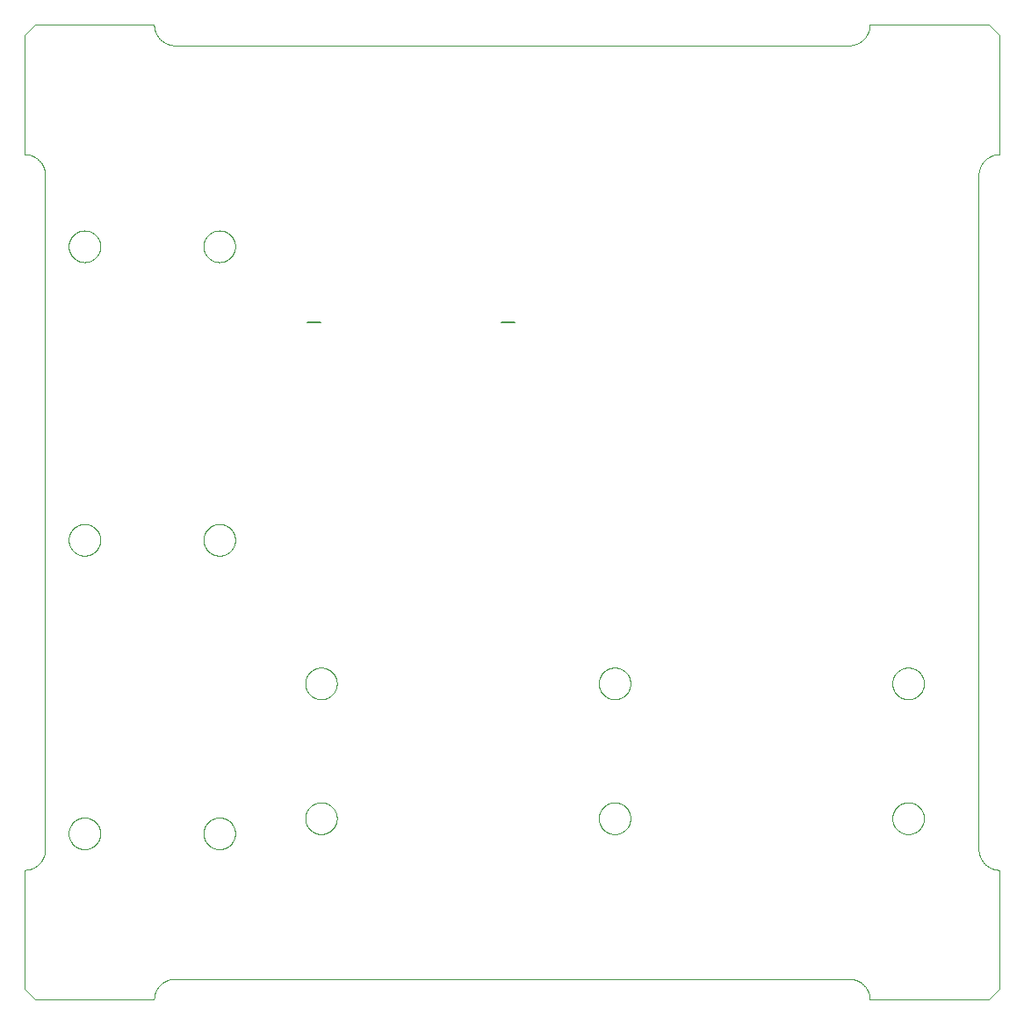
<source format=gbo>
G75*
%MOIN*%
%OFA0B0*%
%FSLAX25Y25*%
%IPPOS*%
%LPD*%
%AMOC8*
5,1,8,0,0,1.08239X$1,22.5*
%
%ADD10C,0.00000*%
%ADD11C,0.00800*%
D10*
X0087864Y0091801D02*
X0091801Y0087864D01*
X0137077Y0087864D01*
X0137079Y0088054D01*
X0137086Y0088244D01*
X0137098Y0088434D01*
X0137114Y0088624D01*
X0137134Y0088813D01*
X0137160Y0089002D01*
X0137189Y0089190D01*
X0137224Y0089377D01*
X0137263Y0089563D01*
X0137306Y0089748D01*
X0137354Y0089933D01*
X0137406Y0090116D01*
X0137462Y0090297D01*
X0137523Y0090477D01*
X0137589Y0090656D01*
X0137658Y0090833D01*
X0137732Y0091009D01*
X0137810Y0091182D01*
X0137893Y0091354D01*
X0137979Y0091523D01*
X0138069Y0091691D01*
X0138164Y0091856D01*
X0138262Y0092019D01*
X0138365Y0092179D01*
X0138471Y0092337D01*
X0138581Y0092492D01*
X0138694Y0092645D01*
X0138812Y0092795D01*
X0138933Y0092941D01*
X0139057Y0093085D01*
X0139185Y0093226D01*
X0139316Y0093364D01*
X0139451Y0093499D01*
X0139589Y0093630D01*
X0139730Y0093758D01*
X0139874Y0093882D01*
X0140020Y0094003D01*
X0140170Y0094121D01*
X0140323Y0094234D01*
X0140478Y0094344D01*
X0140636Y0094450D01*
X0140796Y0094553D01*
X0140959Y0094651D01*
X0141124Y0094746D01*
X0141292Y0094836D01*
X0141461Y0094922D01*
X0141633Y0095005D01*
X0141806Y0095083D01*
X0141982Y0095157D01*
X0142159Y0095226D01*
X0142338Y0095292D01*
X0142518Y0095353D01*
X0142699Y0095409D01*
X0142882Y0095461D01*
X0143067Y0095509D01*
X0143252Y0095552D01*
X0143438Y0095591D01*
X0143625Y0095626D01*
X0143813Y0095655D01*
X0144002Y0095681D01*
X0144191Y0095701D01*
X0144381Y0095717D01*
X0144571Y0095729D01*
X0144761Y0095736D01*
X0144951Y0095738D01*
X0400856Y0095738D01*
X0401046Y0095736D01*
X0401236Y0095729D01*
X0401426Y0095717D01*
X0401616Y0095701D01*
X0401805Y0095681D01*
X0401994Y0095655D01*
X0402182Y0095626D01*
X0402369Y0095591D01*
X0402555Y0095552D01*
X0402740Y0095509D01*
X0402925Y0095461D01*
X0403108Y0095409D01*
X0403289Y0095353D01*
X0403469Y0095292D01*
X0403648Y0095226D01*
X0403825Y0095157D01*
X0404001Y0095083D01*
X0404174Y0095005D01*
X0404346Y0094922D01*
X0404515Y0094836D01*
X0404683Y0094746D01*
X0404848Y0094651D01*
X0405011Y0094553D01*
X0405171Y0094450D01*
X0405329Y0094344D01*
X0405484Y0094234D01*
X0405637Y0094121D01*
X0405787Y0094003D01*
X0405933Y0093882D01*
X0406077Y0093758D01*
X0406218Y0093630D01*
X0406356Y0093499D01*
X0406491Y0093364D01*
X0406622Y0093226D01*
X0406750Y0093085D01*
X0406874Y0092941D01*
X0406995Y0092795D01*
X0407113Y0092645D01*
X0407226Y0092492D01*
X0407336Y0092337D01*
X0407442Y0092179D01*
X0407545Y0092019D01*
X0407643Y0091856D01*
X0407738Y0091691D01*
X0407828Y0091523D01*
X0407914Y0091354D01*
X0407997Y0091182D01*
X0408075Y0091009D01*
X0408149Y0090833D01*
X0408218Y0090656D01*
X0408284Y0090477D01*
X0408345Y0090297D01*
X0408401Y0090116D01*
X0408453Y0089933D01*
X0408501Y0089748D01*
X0408544Y0089563D01*
X0408583Y0089377D01*
X0408618Y0089190D01*
X0408647Y0089002D01*
X0408673Y0088813D01*
X0408693Y0088624D01*
X0408709Y0088434D01*
X0408721Y0088244D01*
X0408728Y0088054D01*
X0408730Y0087864D01*
X0454006Y0087864D01*
X0457943Y0091801D01*
X0457943Y0137077D01*
X0457753Y0137079D01*
X0457563Y0137086D01*
X0457373Y0137098D01*
X0457183Y0137114D01*
X0456994Y0137134D01*
X0456805Y0137160D01*
X0456617Y0137189D01*
X0456430Y0137224D01*
X0456244Y0137263D01*
X0456059Y0137306D01*
X0455874Y0137354D01*
X0455691Y0137406D01*
X0455510Y0137462D01*
X0455330Y0137523D01*
X0455151Y0137589D01*
X0454974Y0137658D01*
X0454798Y0137732D01*
X0454625Y0137810D01*
X0454453Y0137893D01*
X0454284Y0137979D01*
X0454116Y0138069D01*
X0453951Y0138164D01*
X0453788Y0138262D01*
X0453628Y0138365D01*
X0453470Y0138471D01*
X0453315Y0138581D01*
X0453162Y0138694D01*
X0453012Y0138812D01*
X0452866Y0138933D01*
X0452722Y0139057D01*
X0452581Y0139185D01*
X0452443Y0139316D01*
X0452308Y0139451D01*
X0452177Y0139589D01*
X0452049Y0139730D01*
X0451925Y0139874D01*
X0451804Y0140020D01*
X0451686Y0140170D01*
X0451573Y0140323D01*
X0451463Y0140478D01*
X0451357Y0140636D01*
X0451254Y0140796D01*
X0451156Y0140959D01*
X0451061Y0141124D01*
X0450971Y0141292D01*
X0450885Y0141461D01*
X0450802Y0141633D01*
X0450724Y0141806D01*
X0450650Y0141982D01*
X0450581Y0142159D01*
X0450515Y0142338D01*
X0450454Y0142518D01*
X0450398Y0142699D01*
X0450346Y0142882D01*
X0450298Y0143067D01*
X0450255Y0143252D01*
X0450216Y0143438D01*
X0450181Y0143625D01*
X0450152Y0143813D01*
X0450126Y0144002D01*
X0450106Y0144191D01*
X0450090Y0144381D01*
X0450078Y0144571D01*
X0450071Y0144761D01*
X0450069Y0144951D01*
X0450069Y0400856D01*
X0450071Y0401046D01*
X0450078Y0401236D01*
X0450090Y0401426D01*
X0450106Y0401616D01*
X0450126Y0401805D01*
X0450152Y0401994D01*
X0450181Y0402182D01*
X0450216Y0402369D01*
X0450255Y0402555D01*
X0450298Y0402740D01*
X0450346Y0402925D01*
X0450398Y0403108D01*
X0450454Y0403289D01*
X0450515Y0403469D01*
X0450581Y0403648D01*
X0450650Y0403825D01*
X0450724Y0404001D01*
X0450802Y0404174D01*
X0450885Y0404346D01*
X0450971Y0404515D01*
X0451061Y0404683D01*
X0451156Y0404848D01*
X0451254Y0405011D01*
X0451357Y0405171D01*
X0451463Y0405329D01*
X0451573Y0405484D01*
X0451686Y0405637D01*
X0451804Y0405787D01*
X0451925Y0405933D01*
X0452049Y0406077D01*
X0452177Y0406218D01*
X0452308Y0406356D01*
X0452443Y0406491D01*
X0452581Y0406622D01*
X0452722Y0406750D01*
X0452866Y0406874D01*
X0453012Y0406995D01*
X0453162Y0407113D01*
X0453315Y0407226D01*
X0453470Y0407336D01*
X0453628Y0407442D01*
X0453788Y0407545D01*
X0453951Y0407643D01*
X0454116Y0407738D01*
X0454284Y0407828D01*
X0454453Y0407914D01*
X0454625Y0407997D01*
X0454798Y0408075D01*
X0454974Y0408149D01*
X0455151Y0408218D01*
X0455330Y0408284D01*
X0455510Y0408345D01*
X0455691Y0408401D01*
X0455874Y0408453D01*
X0456059Y0408501D01*
X0456244Y0408544D01*
X0456430Y0408583D01*
X0456617Y0408618D01*
X0456805Y0408647D01*
X0456994Y0408673D01*
X0457183Y0408693D01*
X0457373Y0408709D01*
X0457563Y0408721D01*
X0457753Y0408728D01*
X0457943Y0408730D01*
X0457943Y0454006D01*
X0454006Y0457943D01*
X0408730Y0457943D01*
X0408728Y0457753D01*
X0408721Y0457563D01*
X0408709Y0457373D01*
X0408693Y0457183D01*
X0408673Y0456994D01*
X0408647Y0456805D01*
X0408618Y0456617D01*
X0408583Y0456430D01*
X0408544Y0456244D01*
X0408501Y0456059D01*
X0408453Y0455874D01*
X0408401Y0455691D01*
X0408345Y0455510D01*
X0408284Y0455330D01*
X0408218Y0455151D01*
X0408149Y0454974D01*
X0408075Y0454798D01*
X0407997Y0454625D01*
X0407914Y0454453D01*
X0407828Y0454284D01*
X0407738Y0454116D01*
X0407643Y0453951D01*
X0407545Y0453788D01*
X0407442Y0453628D01*
X0407336Y0453470D01*
X0407226Y0453315D01*
X0407113Y0453162D01*
X0406995Y0453012D01*
X0406874Y0452866D01*
X0406750Y0452722D01*
X0406622Y0452581D01*
X0406491Y0452443D01*
X0406356Y0452308D01*
X0406218Y0452177D01*
X0406077Y0452049D01*
X0405933Y0451925D01*
X0405787Y0451804D01*
X0405637Y0451686D01*
X0405484Y0451573D01*
X0405329Y0451463D01*
X0405171Y0451357D01*
X0405011Y0451254D01*
X0404848Y0451156D01*
X0404683Y0451061D01*
X0404515Y0450971D01*
X0404346Y0450885D01*
X0404174Y0450802D01*
X0404001Y0450724D01*
X0403825Y0450650D01*
X0403648Y0450581D01*
X0403469Y0450515D01*
X0403289Y0450454D01*
X0403108Y0450398D01*
X0402925Y0450346D01*
X0402740Y0450298D01*
X0402555Y0450255D01*
X0402369Y0450216D01*
X0402182Y0450181D01*
X0401994Y0450152D01*
X0401805Y0450126D01*
X0401616Y0450106D01*
X0401426Y0450090D01*
X0401236Y0450078D01*
X0401046Y0450071D01*
X0400856Y0450069D01*
X0144951Y0450069D01*
X0144761Y0450071D01*
X0144571Y0450078D01*
X0144381Y0450090D01*
X0144191Y0450106D01*
X0144002Y0450126D01*
X0143813Y0450152D01*
X0143625Y0450181D01*
X0143438Y0450216D01*
X0143252Y0450255D01*
X0143067Y0450298D01*
X0142882Y0450346D01*
X0142699Y0450398D01*
X0142518Y0450454D01*
X0142338Y0450515D01*
X0142159Y0450581D01*
X0141982Y0450650D01*
X0141806Y0450724D01*
X0141633Y0450802D01*
X0141461Y0450885D01*
X0141292Y0450971D01*
X0141124Y0451061D01*
X0140959Y0451156D01*
X0140796Y0451254D01*
X0140636Y0451357D01*
X0140478Y0451463D01*
X0140323Y0451573D01*
X0140170Y0451686D01*
X0140020Y0451804D01*
X0139874Y0451925D01*
X0139730Y0452049D01*
X0139589Y0452177D01*
X0139451Y0452308D01*
X0139316Y0452443D01*
X0139185Y0452581D01*
X0139057Y0452722D01*
X0138933Y0452866D01*
X0138812Y0453012D01*
X0138694Y0453162D01*
X0138581Y0453315D01*
X0138471Y0453470D01*
X0138365Y0453628D01*
X0138262Y0453788D01*
X0138164Y0453951D01*
X0138069Y0454116D01*
X0137979Y0454284D01*
X0137893Y0454453D01*
X0137810Y0454625D01*
X0137732Y0454798D01*
X0137658Y0454974D01*
X0137589Y0455151D01*
X0137523Y0455330D01*
X0137462Y0455510D01*
X0137406Y0455691D01*
X0137354Y0455874D01*
X0137306Y0456059D01*
X0137263Y0456244D01*
X0137224Y0456430D01*
X0137189Y0456617D01*
X0137160Y0456805D01*
X0137134Y0456994D01*
X0137114Y0457183D01*
X0137098Y0457373D01*
X0137086Y0457563D01*
X0137079Y0457753D01*
X0137077Y0457943D01*
X0091801Y0457943D01*
X0087864Y0454006D01*
X0087864Y0408730D01*
X0088054Y0408728D01*
X0088244Y0408721D01*
X0088434Y0408709D01*
X0088624Y0408693D01*
X0088813Y0408673D01*
X0089002Y0408647D01*
X0089190Y0408618D01*
X0089377Y0408583D01*
X0089563Y0408544D01*
X0089748Y0408501D01*
X0089933Y0408453D01*
X0090116Y0408401D01*
X0090297Y0408345D01*
X0090477Y0408284D01*
X0090656Y0408218D01*
X0090833Y0408149D01*
X0091009Y0408075D01*
X0091182Y0407997D01*
X0091354Y0407914D01*
X0091523Y0407828D01*
X0091691Y0407738D01*
X0091856Y0407643D01*
X0092019Y0407545D01*
X0092179Y0407442D01*
X0092337Y0407336D01*
X0092492Y0407226D01*
X0092645Y0407113D01*
X0092795Y0406995D01*
X0092941Y0406874D01*
X0093085Y0406750D01*
X0093226Y0406622D01*
X0093364Y0406491D01*
X0093499Y0406356D01*
X0093630Y0406218D01*
X0093758Y0406077D01*
X0093882Y0405933D01*
X0094003Y0405787D01*
X0094121Y0405637D01*
X0094234Y0405484D01*
X0094344Y0405329D01*
X0094450Y0405171D01*
X0094553Y0405011D01*
X0094651Y0404848D01*
X0094746Y0404683D01*
X0094836Y0404515D01*
X0094922Y0404346D01*
X0095005Y0404174D01*
X0095083Y0404001D01*
X0095157Y0403825D01*
X0095226Y0403648D01*
X0095292Y0403469D01*
X0095353Y0403289D01*
X0095409Y0403108D01*
X0095461Y0402925D01*
X0095509Y0402740D01*
X0095552Y0402555D01*
X0095591Y0402369D01*
X0095626Y0402182D01*
X0095655Y0401994D01*
X0095681Y0401805D01*
X0095701Y0401616D01*
X0095717Y0401426D01*
X0095729Y0401236D01*
X0095736Y0401046D01*
X0095738Y0400856D01*
X0095738Y0144951D01*
X0095736Y0144761D01*
X0095729Y0144571D01*
X0095717Y0144381D01*
X0095701Y0144191D01*
X0095681Y0144002D01*
X0095655Y0143813D01*
X0095626Y0143625D01*
X0095591Y0143438D01*
X0095552Y0143252D01*
X0095509Y0143067D01*
X0095461Y0142882D01*
X0095409Y0142699D01*
X0095353Y0142518D01*
X0095292Y0142338D01*
X0095226Y0142159D01*
X0095157Y0141982D01*
X0095083Y0141806D01*
X0095005Y0141633D01*
X0094922Y0141461D01*
X0094836Y0141292D01*
X0094746Y0141124D01*
X0094651Y0140959D01*
X0094553Y0140796D01*
X0094450Y0140636D01*
X0094344Y0140478D01*
X0094234Y0140323D01*
X0094121Y0140170D01*
X0094003Y0140020D01*
X0093882Y0139874D01*
X0093758Y0139730D01*
X0093630Y0139589D01*
X0093499Y0139451D01*
X0093364Y0139316D01*
X0093226Y0139185D01*
X0093085Y0139057D01*
X0092941Y0138933D01*
X0092795Y0138812D01*
X0092645Y0138694D01*
X0092492Y0138581D01*
X0092337Y0138471D01*
X0092179Y0138365D01*
X0092019Y0138262D01*
X0091856Y0138164D01*
X0091691Y0138069D01*
X0091523Y0137979D01*
X0091354Y0137893D01*
X0091182Y0137810D01*
X0091009Y0137732D01*
X0090833Y0137658D01*
X0090656Y0137589D01*
X0090477Y0137523D01*
X0090297Y0137462D01*
X0090116Y0137406D01*
X0089933Y0137354D01*
X0089748Y0137306D01*
X0089563Y0137263D01*
X0089377Y0137224D01*
X0089190Y0137189D01*
X0089002Y0137160D01*
X0088813Y0137134D01*
X0088624Y0137114D01*
X0088434Y0137098D01*
X0088244Y0137086D01*
X0088054Y0137079D01*
X0087864Y0137077D01*
X0087864Y0091801D01*
X0104679Y0150939D02*
X0104681Y0151094D01*
X0104687Y0151248D01*
X0104697Y0151402D01*
X0104711Y0151556D01*
X0104729Y0151710D01*
X0104751Y0151863D01*
X0104776Y0152015D01*
X0104806Y0152167D01*
X0104840Y0152318D01*
X0104877Y0152468D01*
X0104918Y0152617D01*
X0104963Y0152765D01*
X0105012Y0152912D01*
X0105065Y0153057D01*
X0105121Y0153201D01*
X0105181Y0153343D01*
X0105245Y0153484D01*
X0105312Y0153623D01*
X0105383Y0153761D01*
X0105458Y0153896D01*
X0105536Y0154030D01*
X0105617Y0154161D01*
X0105702Y0154291D01*
X0105790Y0154418D01*
X0105881Y0154543D01*
X0105975Y0154665D01*
X0106073Y0154785D01*
X0106173Y0154903D01*
X0106277Y0155017D01*
X0106383Y0155129D01*
X0106493Y0155239D01*
X0106605Y0155345D01*
X0106719Y0155449D01*
X0106837Y0155549D01*
X0106957Y0155647D01*
X0107079Y0155741D01*
X0107204Y0155832D01*
X0107331Y0155920D01*
X0107461Y0156005D01*
X0107592Y0156086D01*
X0107726Y0156164D01*
X0107861Y0156239D01*
X0107999Y0156310D01*
X0108138Y0156377D01*
X0108279Y0156441D01*
X0108421Y0156501D01*
X0108565Y0156557D01*
X0108710Y0156610D01*
X0108857Y0156659D01*
X0109005Y0156704D01*
X0109154Y0156745D01*
X0109304Y0156782D01*
X0109455Y0156816D01*
X0109607Y0156846D01*
X0109759Y0156871D01*
X0109912Y0156893D01*
X0110066Y0156911D01*
X0110220Y0156925D01*
X0110374Y0156935D01*
X0110528Y0156941D01*
X0110683Y0156943D01*
X0110838Y0156941D01*
X0110992Y0156935D01*
X0111146Y0156925D01*
X0111300Y0156911D01*
X0111454Y0156893D01*
X0111607Y0156871D01*
X0111759Y0156846D01*
X0111911Y0156816D01*
X0112062Y0156782D01*
X0112212Y0156745D01*
X0112361Y0156704D01*
X0112509Y0156659D01*
X0112656Y0156610D01*
X0112801Y0156557D01*
X0112945Y0156501D01*
X0113087Y0156441D01*
X0113228Y0156377D01*
X0113367Y0156310D01*
X0113505Y0156239D01*
X0113640Y0156164D01*
X0113774Y0156086D01*
X0113905Y0156005D01*
X0114035Y0155920D01*
X0114162Y0155832D01*
X0114287Y0155741D01*
X0114409Y0155647D01*
X0114529Y0155549D01*
X0114647Y0155449D01*
X0114761Y0155345D01*
X0114873Y0155239D01*
X0114983Y0155129D01*
X0115089Y0155017D01*
X0115193Y0154903D01*
X0115293Y0154785D01*
X0115391Y0154665D01*
X0115485Y0154543D01*
X0115576Y0154418D01*
X0115664Y0154291D01*
X0115749Y0154161D01*
X0115830Y0154030D01*
X0115908Y0153896D01*
X0115983Y0153761D01*
X0116054Y0153623D01*
X0116121Y0153484D01*
X0116185Y0153343D01*
X0116245Y0153201D01*
X0116301Y0153057D01*
X0116354Y0152912D01*
X0116403Y0152765D01*
X0116448Y0152617D01*
X0116489Y0152468D01*
X0116526Y0152318D01*
X0116560Y0152167D01*
X0116590Y0152015D01*
X0116615Y0151863D01*
X0116637Y0151710D01*
X0116655Y0151556D01*
X0116669Y0151402D01*
X0116679Y0151248D01*
X0116685Y0151094D01*
X0116687Y0150939D01*
X0116685Y0150784D01*
X0116679Y0150630D01*
X0116669Y0150476D01*
X0116655Y0150322D01*
X0116637Y0150168D01*
X0116615Y0150015D01*
X0116590Y0149863D01*
X0116560Y0149711D01*
X0116526Y0149560D01*
X0116489Y0149410D01*
X0116448Y0149261D01*
X0116403Y0149113D01*
X0116354Y0148966D01*
X0116301Y0148821D01*
X0116245Y0148677D01*
X0116185Y0148535D01*
X0116121Y0148394D01*
X0116054Y0148255D01*
X0115983Y0148117D01*
X0115908Y0147982D01*
X0115830Y0147848D01*
X0115749Y0147717D01*
X0115664Y0147587D01*
X0115576Y0147460D01*
X0115485Y0147335D01*
X0115391Y0147213D01*
X0115293Y0147093D01*
X0115193Y0146975D01*
X0115089Y0146861D01*
X0114983Y0146749D01*
X0114873Y0146639D01*
X0114761Y0146533D01*
X0114647Y0146429D01*
X0114529Y0146329D01*
X0114409Y0146231D01*
X0114287Y0146137D01*
X0114162Y0146046D01*
X0114035Y0145958D01*
X0113905Y0145873D01*
X0113774Y0145792D01*
X0113640Y0145714D01*
X0113505Y0145639D01*
X0113367Y0145568D01*
X0113228Y0145501D01*
X0113087Y0145437D01*
X0112945Y0145377D01*
X0112801Y0145321D01*
X0112656Y0145268D01*
X0112509Y0145219D01*
X0112361Y0145174D01*
X0112212Y0145133D01*
X0112062Y0145096D01*
X0111911Y0145062D01*
X0111759Y0145032D01*
X0111607Y0145007D01*
X0111454Y0144985D01*
X0111300Y0144967D01*
X0111146Y0144953D01*
X0110992Y0144943D01*
X0110838Y0144937D01*
X0110683Y0144935D01*
X0110528Y0144937D01*
X0110374Y0144943D01*
X0110220Y0144953D01*
X0110066Y0144967D01*
X0109912Y0144985D01*
X0109759Y0145007D01*
X0109607Y0145032D01*
X0109455Y0145062D01*
X0109304Y0145096D01*
X0109154Y0145133D01*
X0109005Y0145174D01*
X0108857Y0145219D01*
X0108710Y0145268D01*
X0108565Y0145321D01*
X0108421Y0145377D01*
X0108279Y0145437D01*
X0108138Y0145501D01*
X0107999Y0145568D01*
X0107861Y0145639D01*
X0107726Y0145714D01*
X0107592Y0145792D01*
X0107461Y0145873D01*
X0107331Y0145958D01*
X0107204Y0146046D01*
X0107079Y0146137D01*
X0106957Y0146231D01*
X0106837Y0146329D01*
X0106719Y0146429D01*
X0106605Y0146533D01*
X0106493Y0146639D01*
X0106383Y0146749D01*
X0106277Y0146861D01*
X0106173Y0146975D01*
X0106073Y0147093D01*
X0105975Y0147213D01*
X0105881Y0147335D01*
X0105790Y0147460D01*
X0105702Y0147587D01*
X0105617Y0147717D01*
X0105536Y0147848D01*
X0105458Y0147982D01*
X0105383Y0148117D01*
X0105312Y0148255D01*
X0105245Y0148394D01*
X0105181Y0148535D01*
X0105121Y0148677D01*
X0105065Y0148821D01*
X0105012Y0148966D01*
X0104963Y0149113D01*
X0104918Y0149261D01*
X0104877Y0149410D01*
X0104840Y0149560D01*
X0104806Y0149711D01*
X0104776Y0149863D01*
X0104751Y0150015D01*
X0104729Y0150168D01*
X0104711Y0150322D01*
X0104697Y0150476D01*
X0104687Y0150630D01*
X0104681Y0150784D01*
X0104679Y0150939D01*
X0155860Y0150939D02*
X0155862Y0151094D01*
X0155868Y0151248D01*
X0155878Y0151402D01*
X0155892Y0151556D01*
X0155910Y0151710D01*
X0155932Y0151863D01*
X0155957Y0152015D01*
X0155987Y0152167D01*
X0156021Y0152318D01*
X0156058Y0152468D01*
X0156099Y0152617D01*
X0156144Y0152765D01*
X0156193Y0152912D01*
X0156246Y0153057D01*
X0156302Y0153201D01*
X0156362Y0153343D01*
X0156426Y0153484D01*
X0156493Y0153623D01*
X0156564Y0153761D01*
X0156639Y0153896D01*
X0156717Y0154030D01*
X0156798Y0154161D01*
X0156883Y0154291D01*
X0156971Y0154418D01*
X0157062Y0154543D01*
X0157156Y0154665D01*
X0157254Y0154785D01*
X0157354Y0154903D01*
X0157458Y0155017D01*
X0157564Y0155129D01*
X0157674Y0155239D01*
X0157786Y0155345D01*
X0157900Y0155449D01*
X0158018Y0155549D01*
X0158138Y0155647D01*
X0158260Y0155741D01*
X0158385Y0155832D01*
X0158512Y0155920D01*
X0158642Y0156005D01*
X0158773Y0156086D01*
X0158907Y0156164D01*
X0159042Y0156239D01*
X0159180Y0156310D01*
X0159319Y0156377D01*
X0159460Y0156441D01*
X0159602Y0156501D01*
X0159746Y0156557D01*
X0159891Y0156610D01*
X0160038Y0156659D01*
X0160186Y0156704D01*
X0160335Y0156745D01*
X0160485Y0156782D01*
X0160636Y0156816D01*
X0160788Y0156846D01*
X0160940Y0156871D01*
X0161093Y0156893D01*
X0161247Y0156911D01*
X0161401Y0156925D01*
X0161555Y0156935D01*
X0161709Y0156941D01*
X0161864Y0156943D01*
X0162019Y0156941D01*
X0162173Y0156935D01*
X0162327Y0156925D01*
X0162481Y0156911D01*
X0162635Y0156893D01*
X0162788Y0156871D01*
X0162940Y0156846D01*
X0163092Y0156816D01*
X0163243Y0156782D01*
X0163393Y0156745D01*
X0163542Y0156704D01*
X0163690Y0156659D01*
X0163837Y0156610D01*
X0163982Y0156557D01*
X0164126Y0156501D01*
X0164268Y0156441D01*
X0164409Y0156377D01*
X0164548Y0156310D01*
X0164686Y0156239D01*
X0164821Y0156164D01*
X0164955Y0156086D01*
X0165086Y0156005D01*
X0165216Y0155920D01*
X0165343Y0155832D01*
X0165468Y0155741D01*
X0165590Y0155647D01*
X0165710Y0155549D01*
X0165828Y0155449D01*
X0165942Y0155345D01*
X0166054Y0155239D01*
X0166164Y0155129D01*
X0166270Y0155017D01*
X0166374Y0154903D01*
X0166474Y0154785D01*
X0166572Y0154665D01*
X0166666Y0154543D01*
X0166757Y0154418D01*
X0166845Y0154291D01*
X0166930Y0154161D01*
X0167011Y0154030D01*
X0167089Y0153896D01*
X0167164Y0153761D01*
X0167235Y0153623D01*
X0167302Y0153484D01*
X0167366Y0153343D01*
X0167426Y0153201D01*
X0167482Y0153057D01*
X0167535Y0152912D01*
X0167584Y0152765D01*
X0167629Y0152617D01*
X0167670Y0152468D01*
X0167707Y0152318D01*
X0167741Y0152167D01*
X0167771Y0152015D01*
X0167796Y0151863D01*
X0167818Y0151710D01*
X0167836Y0151556D01*
X0167850Y0151402D01*
X0167860Y0151248D01*
X0167866Y0151094D01*
X0167868Y0150939D01*
X0167866Y0150784D01*
X0167860Y0150630D01*
X0167850Y0150476D01*
X0167836Y0150322D01*
X0167818Y0150168D01*
X0167796Y0150015D01*
X0167771Y0149863D01*
X0167741Y0149711D01*
X0167707Y0149560D01*
X0167670Y0149410D01*
X0167629Y0149261D01*
X0167584Y0149113D01*
X0167535Y0148966D01*
X0167482Y0148821D01*
X0167426Y0148677D01*
X0167366Y0148535D01*
X0167302Y0148394D01*
X0167235Y0148255D01*
X0167164Y0148117D01*
X0167089Y0147982D01*
X0167011Y0147848D01*
X0166930Y0147717D01*
X0166845Y0147587D01*
X0166757Y0147460D01*
X0166666Y0147335D01*
X0166572Y0147213D01*
X0166474Y0147093D01*
X0166374Y0146975D01*
X0166270Y0146861D01*
X0166164Y0146749D01*
X0166054Y0146639D01*
X0165942Y0146533D01*
X0165828Y0146429D01*
X0165710Y0146329D01*
X0165590Y0146231D01*
X0165468Y0146137D01*
X0165343Y0146046D01*
X0165216Y0145958D01*
X0165086Y0145873D01*
X0164955Y0145792D01*
X0164821Y0145714D01*
X0164686Y0145639D01*
X0164548Y0145568D01*
X0164409Y0145501D01*
X0164268Y0145437D01*
X0164126Y0145377D01*
X0163982Y0145321D01*
X0163837Y0145268D01*
X0163690Y0145219D01*
X0163542Y0145174D01*
X0163393Y0145133D01*
X0163243Y0145096D01*
X0163092Y0145062D01*
X0162940Y0145032D01*
X0162788Y0145007D01*
X0162635Y0144985D01*
X0162481Y0144967D01*
X0162327Y0144953D01*
X0162173Y0144943D01*
X0162019Y0144937D01*
X0161864Y0144935D01*
X0161709Y0144937D01*
X0161555Y0144943D01*
X0161401Y0144953D01*
X0161247Y0144967D01*
X0161093Y0144985D01*
X0160940Y0145007D01*
X0160788Y0145032D01*
X0160636Y0145062D01*
X0160485Y0145096D01*
X0160335Y0145133D01*
X0160186Y0145174D01*
X0160038Y0145219D01*
X0159891Y0145268D01*
X0159746Y0145321D01*
X0159602Y0145377D01*
X0159460Y0145437D01*
X0159319Y0145501D01*
X0159180Y0145568D01*
X0159042Y0145639D01*
X0158907Y0145714D01*
X0158773Y0145792D01*
X0158642Y0145873D01*
X0158512Y0145958D01*
X0158385Y0146046D01*
X0158260Y0146137D01*
X0158138Y0146231D01*
X0158018Y0146329D01*
X0157900Y0146429D01*
X0157786Y0146533D01*
X0157674Y0146639D01*
X0157564Y0146749D01*
X0157458Y0146861D01*
X0157354Y0146975D01*
X0157254Y0147093D01*
X0157156Y0147213D01*
X0157062Y0147335D01*
X0156971Y0147460D01*
X0156883Y0147587D01*
X0156798Y0147717D01*
X0156717Y0147848D01*
X0156639Y0147982D01*
X0156564Y0148117D01*
X0156493Y0148255D01*
X0156426Y0148394D01*
X0156362Y0148535D01*
X0156302Y0148677D01*
X0156246Y0148821D01*
X0156193Y0148966D01*
X0156144Y0149113D01*
X0156099Y0149261D01*
X0156058Y0149410D01*
X0156021Y0149560D01*
X0155987Y0149711D01*
X0155957Y0149863D01*
X0155932Y0150015D01*
X0155910Y0150168D01*
X0155892Y0150322D01*
X0155878Y0150476D01*
X0155868Y0150630D01*
X0155862Y0150784D01*
X0155860Y0150939D01*
X0194466Y0156683D02*
X0194468Y0156838D01*
X0194474Y0156992D01*
X0194484Y0157146D01*
X0194498Y0157300D01*
X0194516Y0157454D01*
X0194538Y0157607D01*
X0194563Y0157759D01*
X0194593Y0157911D01*
X0194627Y0158062D01*
X0194664Y0158212D01*
X0194705Y0158361D01*
X0194750Y0158509D01*
X0194799Y0158656D01*
X0194852Y0158801D01*
X0194908Y0158945D01*
X0194968Y0159087D01*
X0195032Y0159228D01*
X0195099Y0159367D01*
X0195170Y0159505D01*
X0195245Y0159640D01*
X0195323Y0159774D01*
X0195404Y0159905D01*
X0195489Y0160035D01*
X0195577Y0160162D01*
X0195668Y0160287D01*
X0195762Y0160409D01*
X0195860Y0160529D01*
X0195960Y0160647D01*
X0196064Y0160761D01*
X0196170Y0160873D01*
X0196280Y0160983D01*
X0196392Y0161089D01*
X0196506Y0161193D01*
X0196624Y0161293D01*
X0196744Y0161391D01*
X0196866Y0161485D01*
X0196991Y0161576D01*
X0197118Y0161664D01*
X0197248Y0161749D01*
X0197379Y0161830D01*
X0197513Y0161908D01*
X0197648Y0161983D01*
X0197786Y0162054D01*
X0197925Y0162121D01*
X0198066Y0162185D01*
X0198208Y0162245D01*
X0198352Y0162301D01*
X0198497Y0162354D01*
X0198644Y0162403D01*
X0198792Y0162448D01*
X0198941Y0162489D01*
X0199091Y0162526D01*
X0199242Y0162560D01*
X0199394Y0162590D01*
X0199546Y0162615D01*
X0199699Y0162637D01*
X0199853Y0162655D01*
X0200007Y0162669D01*
X0200161Y0162679D01*
X0200315Y0162685D01*
X0200470Y0162687D01*
X0200625Y0162685D01*
X0200779Y0162679D01*
X0200933Y0162669D01*
X0201087Y0162655D01*
X0201241Y0162637D01*
X0201394Y0162615D01*
X0201546Y0162590D01*
X0201698Y0162560D01*
X0201849Y0162526D01*
X0201999Y0162489D01*
X0202148Y0162448D01*
X0202296Y0162403D01*
X0202443Y0162354D01*
X0202588Y0162301D01*
X0202732Y0162245D01*
X0202874Y0162185D01*
X0203015Y0162121D01*
X0203154Y0162054D01*
X0203292Y0161983D01*
X0203427Y0161908D01*
X0203561Y0161830D01*
X0203692Y0161749D01*
X0203822Y0161664D01*
X0203949Y0161576D01*
X0204074Y0161485D01*
X0204196Y0161391D01*
X0204316Y0161293D01*
X0204434Y0161193D01*
X0204548Y0161089D01*
X0204660Y0160983D01*
X0204770Y0160873D01*
X0204876Y0160761D01*
X0204980Y0160647D01*
X0205080Y0160529D01*
X0205178Y0160409D01*
X0205272Y0160287D01*
X0205363Y0160162D01*
X0205451Y0160035D01*
X0205536Y0159905D01*
X0205617Y0159774D01*
X0205695Y0159640D01*
X0205770Y0159505D01*
X0205841Y0159367D01*
X0205908Y0159228D01*
X0205972Y0159087D01*
X0206032Y0158945D01*
X0206088Y0158801D01*
X0206141Y0158656D01*
X0206190Y0158509D01*
X0206235Y0158361D01*
X0206276Y0158212D01*
X0206313Y0158062D01*
X0206347Y0157911D01*
X0206377Y0157759D01*
X0206402Y0157607D01*
X0206424Y0157454D01*
X0206442Y0157300D01*
X0206456Y0157146D01*
X0206466Y0156992D01*
X0206472Y0156838D01*
X0206474Y0156683D01*
X0206472Y0156528D01*
X0206466Y0156374D01*
X0206456Y0156220D01*
X0206442Y0156066D01*
X0206424Y0155912D01*
X0206402Y0155759D01*
X0206377Y0155607D01*
X0206347Y0155455D01*
X0206313Y0155304D01*
X0206276Y0155154D01*
X0206235Y0155005D01*
X0206190Y0154857D01*
X0206141Y0154710D01*
X0206088Y0154565D01*
X0206032Y0154421D01*
X0205972Y0154279D01*
X0205908Y0154138D01*
X0205841Y0153999D01*
X0205770Y0153861D01*
X0205695Y0153726D01*
X0205617Y0153592D01*
X0205536Y0153461D01*
X0205451Y0153331D01*
X0205363Y0153204D01*
X0205272Y0153079D01*
X0205178Y0152957D01*
X0205080Y0152837D01*
X0204980Y0152719D01*
X0204876Y0152605D01*
X0204770Y0152493D01*
X0204660Y0152383D01*
X0204548Y0152277D01*
X0204434Y0152173D01*
X0204316Y0152073D01*
X0204196Y0151975D01*
X0204074Y0151881D01*
X0203949Y0151790D01*
X0203822Y0151702D01*
X0203692Y0151617D01*
X0203561Y0151536D01*
X0203427Y0151458D01*
X0203292Y0151383D01*
X0203154Y0151312D01*
X0203015Y0151245D01*
X0202874Y0151181D01*
X0202732Y0151121D01*
X0202588Y0151065D01*
X0202443Y0151012D01*
X0202296Y0150963D01*
X0202148Y0150918D01*
X0201999Y0150877D01*
X0201849Y0150840D01*
X0201698Y0150806D01*
X0201546Y0150776D01*
X0201394Y0150751D01*
X0201241Y0150729D01*
X0201087Y0150711D01*
X0200933Y0150697D01*
X0200779Y0150687D01*
X0200625Y0150681D01*
X0200470Y0150679D01*
X0200315Y0150681D01*
X0200161Y0150687D01*
X0200007Y0150697D01*
X0199853Y0150711D01*
X0199699Y0150729D01*
X0199546Y0150751D01*
X0199394Y0150776D01*
X0199242Y0150806D01*
X0199091Y0150840D01*
X0198941Y0150877D01*
X0198792Y0150918D01*
X0198644Y0150963D01*
X0198497Y0151012D01*
X0198352Y0151065D01*
X0198208Y0151121D01*
X0198066Y0151181D01*
X0197925Y0151245D01*
X0197786Y0151312D01*
X0197648Y0151383D01*
X0197513Y0151458D01*
X0197379Y0151536D01*
X0197248Y0151617D01*
X0197118Y0151702D01*
X0196991Y0151790D01*
X0196866Y0151881D01*
X0196744Y0151975D01*
X0196624Y0152073D01*
X0196506Y0152173D01*
X0196392Y0152277D01*
X0196280Y0152383D01*
X0196170Y0152493D01*
X0196064Y0152605D01*
X0195960Y0152719D01*
X0195860Y0152837D01*
X0195762Y0152957D01*
X0195668Y0153079D01*
X0195577Y0153204D01*
X0195489Y0153331D01*
X0195404Y0153461D01*
X0195323Y0153592D01*
X0195245Y0153726D01*
X0195170Y0153861D01*
X0195099Y0153999D01*
X0195032Y0154138D01*
X0194968Y0154279D01*
X0194908Y0154421D01*
X0194852Y0154565D01*
X0194799Y0154710D01*
X0194750Y0154857D01*
X0194705Y0155005D01*
X0194664Y0155154D01*
X0194627Y0155304D01*
X0194593Y0155455D01*
X0194563Y0155607D01*
X0194538Y0155759D01*
X0194516Y0155912D01*
X0194498Y0156066D01*
X0194484Y0156220D01*
X0194474Y0156374D01*
X0194468Y0156528D01*
X0194466Y0156683D01*
X0194466Y0207864D02*
X0194468Y0208019D01*
X0194474Y0208173D01*
X0194484Y0208327D01*
X0194498Y0208481D01*
X0194516Y0208635D01*
X0194538Y0208788D01*
X0194563Y0208940D01*
X0194593Y0209092D01*
X0194627Y0209243D01*
X0194664Y0209393D01*
X0194705Y0209542D01*
X0194750Y0209690D01*
X0194799Y0209837D01*
X0194852Y0209982D01*
X0194908Y0210126D01*
X0194968Y0210268D01*
X0195032Y0210409D01*
X0195099Y0210548D01*
X0195170Y0210686D01*
X0195245Y0210821D01*
X0195323Y0210955D01*
X0195404Y0211086D01*
X0195489Y0211216D01*
X0195577Y0211343D01*
X0195668Y0211468D01*
X0195762Y0211590D01*
X0195860Y0211710D01*
X0195960Y0211828D01*
X0196064Y0211942D01*
X0196170Y0212054D01*
X0196280Y0212164D01*
X0196392Y0212270D01*
X0196506Y0212374D01*
X0196624Y0212474D01*
X0196744Y0212572D01*
X0196866Y0212666D01*
X0196991Y0212757D01*
X0197118Y0212845D01*
X0197248Y0212930D01*
X0197379Y0213011D01*
X0197513Y0213089D01*
X0197648Y0213164D01*
X0197786Y0213235D01*
X0197925Y0213302D01*
X0198066Y0213366D01*
X0198208Y0213426D01*
X0198352Y0213482D01*
X0198497Y0213535D01*
X0198644Y0213584D01*
X0198792Y0213629D01*
X0198941Y0213670D01*
X0199091Y0213707D01*
X0199242Y0213741D01*
X0199394Y0213771D01*
X0199546Y0213796D01*
X0199699Y0213818D01*
X0199853Y0213836D01*
X0200007Y0213850D01*
X0200161Y0213860D01*
X0200315Y0213866D01*
X0200470Y0213868D01*
X0200625Y0213866D01*
X0200779Y0213860D01*
X0200933Y0213850D01*
X0201087Y0213836D01*
X0201241Y0213818D01*
X0201394Y0213796D01*
X0201546Y0213771D01*
X0201698Y0213741D01*
X0201849Y0213707D01*
X0201999Y0213670D01*
X0202148Y0213629D01*
X0202296Y0213584D01*
X0202443Y0213535D01*
X0202588Y0213482D01*
X0202732Y0213426D01*
X0202874Y0213366D01*
X0203015Y0213302D01*
X0203154Y0213235D01*
X0203292Y0213164D01*
X0203427Y0213089D01*
X0203561Y0213011D01*
X0203692Y0212930D01*
X0203822Y0212845D01*
X0203949Y0212757D01*
X0204074Y0212666D01*
X0204196Y0212572D01*
X0204316Y0212474D01*
X0204434Y0212374D01*
X0204548Y0212270D01*
X0204660Y0212164D01*
X0204770Y0212054D01*
X0204876Y0211942D01*
X0204980Y0211828D01*
X0205080Y0211710D01*
X0205178Y0211590D01*
X0205272Y0211468D01*
X0205363Y0211343D01*
X0205451Y0211216D01*
X0205536Y0211086D01*
X0205617Y0210955D01*
X0205695Y0210821D01*
X0205770Y0210686D01*
X0205841Y0210548D01*
X0205908Y0210409D01*
X0205972Y0210268D01*
X0206032Y0210126D01*
X0206088Y0209982D01*
X0206141Y0209837D01*
X0206190Y0209690D01*
X0206235Y0209542D01*
X0206276Y0209393D01*
X0206313Y0209243D01*
X0206347Y0209092D01*
X0206377Y0208940D01*
X0206402Y0208788D01*
X0206424Y0208635D01*
X0206442Y0208481D01*
X0206456Y0208327D01*
X0206466Y0208173D01*
X0206472Y0208019D01*
X0206474Y0207864D01*
X0206472Y0207709D01*
X0206466Y0207555D01*
X0206456Y0207401D01*
X0206442Y0207247D01*
X0206424Y0207093D01*
X0206402Y0206940D01*
X0206377Y0206788D01*
X0206347Y0206636D01*
X0206313Y0206485D01*
X0206276Y0206335D01*
X0206235Y0206186D01*
X0206190Y0206038D01*
X0206141Y0205891D01*
X0206088Y0205746D01*
X0206032Y0205602D01*
X0205972Y0205460D01*
X0205908Y0205319D01*
X0205841Y0205180D01*
X0205770Y0205042D01*
X0205695Y0204907D01*
X0205617Y0204773D01*
X0205536Y0204642D01*
X0205451Y0204512D01*
X0205363Y0204385D01*
X0205272Y0204260D01*
X0205178Y0204138D01*
X0205080Y0204018D01*
X0204980Y0203900D01*
X0204876Y0203786D01*
X0204770Y0203674D01*
X0204660Y0203564D01*
X0204548Y0203458D01*
X0204434Y0203354D01*
X0204316Y0203254D01*
X0204196Y0203156D01*
X0204074Y0203062D01*
X0203949Y0202971D01*
X0203822Y0202883D01*
X0203692Y0202798D01*
X0203561Y0202717D01*
X0203427Y0202639D01*
X0203292Y0202564D01*
X0203154Y0202493D01*
X0203015Y0202426D01*
X0202874Y0202362D01*
X0202732Y0202302D01*
X0202588Y0202246D01*
X0202443Y0202193D01*
X0202296Y0202144D01*
X0202148Y0202099D01*
X0201999Y0202058D01*
X0201849Y0202021D01*
X0201698Y0201987D01*
X0201546Y0201957D01*
X0201394Y0201932D01*
X0201241Y0201910D01*
X0201087Y0201892D01*
X0200933Y0201878D01*
X0200779Y0201868D01*
X0200625Y0201862D01*
X0200470Y0201860D01*
X0200315Y0201862D01*
X0200161Y0201868D01*
X0200007Y0201878D01*
X0199853Y0201892D01*
X0199699Y0201910D01*
X0199546Y0201932D01*
X0199394Y0201957D01*
X0199242Y0201987D01*
X0199091Y0202021D01*
X0198941Y0202058D01*
X0198792Y0202099D01*
X0198644Y0202144D01*
X0198497Y0202193D01*
X0198352Y0202246D01*
X0198208Y0202302D01*
X0198066Y0202362D01*
X0197925Y0202426D01*
X0197786Y0202493D01*
X0197648Y0202564D01*
X0197513Y0202639D01*
X0197379Y0202717D01*
X0197248Y0202798D01*
X0197118Y0202883D01*
X0196991Y0202971D01*
X0196866Y0203062D01*
X0196744Y0203156D01*
X0196624Y0203254D01*
X0196506Y0203354D01*
X0196392Y0203458D01*
X0196280Y0203564D01*
X0196170Y0203674D01*
X0196064Y0203786D01*
X0195960Y0203900D01*
X0195860Y0204018D01*
X0195762Y0204138D01*
X0195668Y0204260D01*
X0195577Y0204385D01*
X0195489Y0204512D01*
X0195404Y0204642D01*
X0195323Y0204773D01*
X0195245Y0204907D01*
X0195170Y0205042D01*
X0195099Y0205180D01*
X0195032Y0205319D01*
X0194968Y0205460D01*
X0194908Y0205602D01*
X0194852Y0205746D01*
X0194799Y0205891D01*
X0194750Y0206038D01*
X0194705Y0206186D01*
X0194664Y0206335D01*
X0194627Y0206485D01*
X0194593Y0206636D01*
X0194563Y0206788D01*
X0194538Y0206940D01*
X0194516Y0207093D01*
X0194498Y0207247D01*
X0194484Y0207401D01*
X0194474Y0207555D01*
X0194468Y0207709D01*
X0194466Y0207864D01*
X0155860Y0262356D02*
X0155862Y0262511D01*
X0155868Y0262665D01*
X0155878Y0262819D01*
X0155892Y0262973D01*
X0155910Y0263127D01*
X0155932Y0263280D01*
X0155957Y0263432D01*
X0155987Y0263584D01*
X0156021Y0263735D01*
X0156058Y0263885D01*
X0156099Y0264034D01*
X0156144Y0264182D01*
X0156193Y0264329D01*
X0156246Y0264474D01*
X0156302Y0264618D01*
X0156362Y0264760D01*
X0156426Y0264901D01*
X0156493Y0265040D01*
X0156564Y0265178D01*
X0156639Y0265313D01*
X0156717Y0265447D01*
X0156798Y0265578D01*
X0156883Y0265708D01*
X0156971Y0265835D01*
X0157062Y0265960D01*
X0157156Y0266082D01*
X0157254Y0266202D01*
X0157354Y0266320D01*
X0157458Y0266434D01*
X0157564Y0266546D01*
X0157674Y0266656D01*
X0157786Y0266762D01*
X0157900Y0266866D01*
X0158018Y0266966D01*
X0158138Y0267064D01*
X0158260Y0267158D01*
X0158385Y0267249D01*
X0158512Y0267337D01*
X0158642Y0267422D01*
X0158773Y0267503D01*
X0158907Y0267581D01*
X0159042Y0267656D01*
X0159180Y0267727D01*
X0159319Y0267794D01*
X0159460Y0267858D01*
X0159602Y0267918D01*
X0159746Y0267974D01*
X0159891Y0268027D01*
X0160038Y0268076D01*
X0160186Y0268121D01*
X0160335Y0268162D01*
X0160485Y0268199D01*
X0160636Y0268233D01*
X0160788Y0268263D01*
X0160940Y0268288D01*
X0161093Y0268310D01*
X0161247Y0268328D01*
X0161401Y0268342D01*
X0161555Y0268352D01*
X0161709Y0268358D01*
X0161864Y0268360D01*
X0162019Y0268358D01*
X0162173Y0268352D01*
X0162327Y0268342D01*
X0162481Y0268328D01*
X0162635Y0268310D01*
X0162788Y0268288D01*
X0162940Y0268263D01*
X0163092Y0268233D01*
X0163243Y0268199D01*
X0163393Y0268162D01*
X0163542Y0268121D01*
X0163690Y0268076D01*
X0163837Y0268027D01*
X0163982Y0267974D01*
X0164126Y0267918D01*
X0164268Y0267858D01*
X0164409Y0267794D01*
X0164548Y0267727D01*
X0164686Y0267656D01*
X0164821Y0267581D01*
X0164955Y0267503D01*
X0165086Y0267422D01*
X0165216Y0267337D01*
X0165343Y0267249D01*
X0165468Y0267158D01*
X0165590Y0267064D01*
X0165710Y0266966D01*
X0165828Y0266866D01*
X0165942Y0266762D01*
X0166054Y0266656D01*
X0166164Y0266546D01*
X0166270Y0266434D01*
X0166374Y0266320D01*
X0166474Y0266202D01*
X0166572Y0266082D01*
X0166666Y0265960D01*
X0166757Y0265835D01*
X0166845Y0265708D01*
X0166930Y0265578D01*
X0167011Y0265447D01*
X0167089Y0265313D01*
X0167164Y0265178D01*
X0167235Y0265040D01*
X0167302Y0264901D01*
X0167366Y0264760D01*
X0167426Y0264618D01*
X0167482Y0264474D01*
X0167535Y0264329D01*
X0167584Y0264182D01*
X0167629Y0264034D01*
X0167670Y0263885D01*
X0167707Y0263735D01*
X0167741Y0263584D01*
X0167771Y0263432D01*
X0167796Y0263280D01*
X0167818Y0263127D01*
X0167836Y0262973D01*
X0167850Y0262819D01*
X0167860Y0262665D01*
X0167866Y0262511D01*
X0167868Y0262356D01*
X0167866Y0262201D01*
X0167860Y0262047D01*
X0167850Y0261893D01*
X0167836Y0261739D01*
X0167818Y0261585D01*
X0167796Y0261432D01*
X0167771Y0261280D01*
X0167741Y0261128D01*
X0167707Y0260977D01*
X0167670Y0260827D01*
X0167629Y0260678D01*
X0167584Y0260530D01*
X0167535Y0260383D01*
X0167482Y0260238D01*
X0167426Y0260094D01*
X0167366Y0259952D01*
X0167302Y0259811D01*
X0167235Y0259672D01*
X0167164Y0259534D01*
X0167089Y0259399D01*
X0167011Y0259265D01*
X0166930Y0259134D01*
X0166845Y0259004D01*
X0166757Y0258877D01*
X0166666Y0258752D01*
X0166572Y0258630D01*
X0166474Y0258510D01*
X0166374Y0258392D01*
X0166270Y0258278D01*
X0166164Y0258166D01*
X0166054Y0258056D01*
X0165942Y0257950D01*
X0165828Y0257846D01*
X0165710Y0257746D01*
X0165590Y0257648D01*
X0165468Y0257554D01*
X0165343Y0257463D01*
X0165216Y0257375D01*
X0165086Y0257290D01*
X0164955Y0257209D01*
X0164821Y0257131D01*
X0164686Y0257056D01*
X0164548Y0256985D01*
X0164409Y0256918D01*
X0164268Y0256854D01*
X0164126Y0256794D01*
X0163982Y0256738D01*
X0163837Y0256685D01*
X0163690Y0256636D01*
X0163542Y0256591D01*
X0163393Y0256550D01*
X0163243Y0256513D01*
X0163092Y0256479D01*
X0162940Y0256449D01*
X0162788Y0256424D01*
X0162635Y0256402D01*
X0162481Y0256384D01*
X0162327Y0256370D01*
X0162173Y0256360D01*
X0162019Y0256354D01*
X0161864Y0256352D01*
X0161709Y0256354D01*
X0161555Y0256360D01*
X0161401Y0256370D01*
X0161247Y0256384D01*
X0161093Y0256402D01*
X0160940Y0256424D01*
X0160788Y0256449D01*
X0160636Y0256479D01*
X0160485Y0256513D01*
X0160335Y0256550D01*
X0160186Y0256591D01*
X0160038Y0256636D01*
X0159891Y0256685D01*
X0159746Y0256738D01*
X0159602Y0256794D01*
X0159460Y0256854D01*
X0159319Y0256918D01*
X0159180Y0256985D01*
X0159042Y0257056D01*
X0158907Y0257131D01*
X0158773Y0257209D01*
X0158642Y0257290D01*
X0158512Y0257375D01*
X0158385Y0257463D01*
X0158260Y0257554D01*
X0158138Y0257648D01*
X0158018Y0257746D01*
X0157900Y0257846D01*
X0157786Y0257950D01*
X0157674Y0258056D01*
X0157564Y0258166D01*
X0157458Y0258278D01*
X0157354Y0258392D01*
X0157254Y0258510D01*
X0157156Y0258630D01*
X0157062Y0258752D01*
X0156971Y0258877D01*
X0156883Y0259004D01*
X0156798Y0259134D01*
X0156717Y0259265D01*
X0156639Y0259399D01*
X0156564Y0259534D01*
X0156493Y0259672D01*
X0156426Y0259811D01*
X0156362Y0259952D01*
X0156302Y0260094D01*
X0156246Y0260238D01*
X0156193Y0260383D01*
X0156144Y0260530D01*
X0156099Y0260678D01*
X0156058Y0260827D01*
X0156021Y0260977D01*
X0155987Y0261128D01*
X0155957Y0261280D01*
X0155932Y0261432D01*
X0155910Y0261585D01*
X0155892Y0261739D01*
X0155878Y0261893D01*
X0155868Y0262047D01*
X0155862Y0262201D01*
X0155860Y0262356D01*
X0104679Y0262356D02*
X0104681Y0262511D01*
X0104687Y0262665D01*
X0104697Y0262819D01*
X0104711Y0262973D01*
X0104729Y0263127D01*
X0104751Y0263280D01*
X0104776Y0263432D01*
X0104806Y0263584D01*
X0104840Y0263735D01*
X0104877Y0263885D01*
X0104918Y0264034D01*
X0104963Y0264182D01*
X0105012Y0264329D01*
X0105065Y0264474D01*
X0105121Y0264618D01*
X0105181Y0264760D01*
X0105245Y0264901D01*
X0105312Y0265040D01*
X0105383Y0265178D01*
X0105458Y0265313D01*
X0105536Y0265447D01*
X0105617Y0265578D01*
X0105702Y0265708D01*
X0105790Y0265835D01*
X0105881Y0265960D01*
X0105975Y0266082D01*
X0106073Y0266202D01*
X0106173Y0266320D01*
X0106277Y0266434D01*
X0106383Y0266546D01*
X0106493Y0266656D01*
X0106605Y0266762D01*
X0106719Y0266866D01*
X0106837Y0266966D01*
X0106957Y0267064D01*
X0107079Y0267158D01*
X0107204Y0267249D01*
X0107331Y0267337D01*
X0107461Y0267422D01*
X0107592Y0267503D01*
X0107726Y0267581D01*
X0107861Y0267656D01*
X0107999Y0267727D01*
X0108138Y0267794D01*
X0108279Y0267858D01*
X0108421Y0267918D01*
X0108565Y0267974D01*
X0108710Y0268027D01*
X0108857Y0268076D01*
X0109005Y0268121D01*
X0109154Y0268162D01*
X0109304Y0268199D01*
X0109455Y0268233D01*
X0109607Y0268263D01*
X0109759Y0268288D01*
X0109912Y0268310D01*
X0110066Y0268328D01*
X0110220Y0268342D01*
X0110374Y0268352D01*
X0110528Y0268358D01*
X0110683Y0268360D01*
X0110838Y0268358D01*
X0110992Y0268352D01*
X0111146Y0268342D01*
X0111300Y0268328D01*
X0111454Y0268310D01*
X0111607Y0268288D01*
X0111759Y0268263D01*
X0111911Y0268233D01*
X0112062Y0268199D01*
X0112212Y0268162D01*
X0112361Y0268121D01*
X0112509Y0268076D01*
X0112656Y0268027D01*
X0112801Y0267974D01*
X0112945Y0267918D01*
X0113087Y0267858D01*
X0113228Y0267794D01*
X0113367Y0267727D01*
X0113505Y0267656D01*
X0113640Y0267581D01*
X0113774Y0267503D01*
X0113905Y0267422D01*
X0114035Y0267337D01*
X0114162Y0267249D01*
X0114287Y0267158D01*
X0114409Y0267064D01*
X0114529Y0266966D01*
X0114647Y0266866D01*
X0114761Y0266762D01*
X0114873Y0266656D01*
X0114983Y0266546D01*
X0115089Y0266434D01*
X0115193Y0266320D01*
X0115293Y0266202D01*
X0115391Y0266082D01*
X0115485Y0265960D01*
X0115576Y0265835D01*
X0115664Y0265708D01*
X0115749Y0265578D01*
X0115830Y0265447D01*
X0115908Y0265313D01*
X0115983Y0265178D01*
X0116054Y0265040D01*
X0116121Y0264901D01*
X0116185Y0264760D01*
X0116245Y0264618D01*
X0116301Y0264474D01*
X0116354Y0264329D01*
X0116403Y0264182D01*
X0116448Y0264034D01*
X0116489Y0263885D01*
X0116526Y0263735D01*
X0116560Y0263584D01*
X0116590Y0263432D01*
X0116615Y0263280D01*
X0116637Y0263127D01*
X0116655Y0262973D01*
X0116669Y0262819D01*
X0116679Y0262665D01*
X0116685Y0262511D01*
X0116687Y0262356D01*
X0116685Y0262201D01*
X0116679Y0262047D01*
X0116669Y0261893D01*
X0116655Y0261739D01*
X0116637Y0261585D01*
X0116615Y0261432D01*
X0116590Y0261280D01*
X0116560Y0261128D01*
X0116526Y0260977D01*
X0116489Y0260827D01*
X0116448Y0260678D01*
X0116403Y0260530D01*
X0116354Y0260383D01*
X0116301Y0260238D01*
X0116245Y0260094D01*
X0116185Y0259952D01*
X0116121Y0259811D01*
X0116054Y0259672D01*
X0115983Y0259534D01*
X0115908Y0259399D01*
X0115830Y0259265D01*
X0115749Y0259134D01*
X0115664Y0259004D01*
X0115576Y0258877D01*
X0115485Y0258752D01*
X0115391Y0258630D01*
X0115293Y0258510D01*
X0115193Y0258392D01*
X0115089Y0258278D01*
X0114983Y0258166D01*
X0114873Y0258056D01*
X0114761Y0257950D01*
X0114647Y0257846D01*
X0114529Y0257746D01*
X0114409Y0257648D01*
X0114287Y0257554D01*
X0114162Y0257463D01*
X0114035Y0257375D01*
X0113905Y0257290D01*
X0113774Y0257209D01*
X0113640Y0257131D01*
X0113505Y0257056D01*
X0113367Y0256985D01*
X0113228Y0256918D01*
X0113087Y0256854D01*
X0112945Y0256794D01*
X0112801Y0256738D01*
X0112656Y0256685D01*
X0112509Y0256636D01*
X0112361Y0256591D01*
X0112212Y0256550D01*
X0112062Y0256513D01*
X0111911Y0256479D01*
X0111759Y0256449D01*
X0111607Y0256424D01*
X0111454Y0256402D01*
X0111300Y0256384D01*
X0111146Y0256370D01*
X0110992Y0256360D01*
X0110838Y0256354D01*
X0110683Y0256352D01*
X0110528Y0256354D01*
X0110374Y0256360D01*
X0110220Y0256370D01*
X0110066Y0256384D01*
X0109912Y0256402D01*
X0109759Y0256424D01*
X0109607Y0256449D01*
X0109455Y0256479D01*
X0109304Y0256513D01*
X0109154Y0256550D01*
X0109005Y0256591D01*
X0108857Y0256636D01*
X0108710Y0256685D01*
X0108565Y0256738D01*
X0108421Y0256794D01*
X0108279Y0256854D01*
X0108138Y0256918D01*
X0107999Y0256985D01*
X0107861Y0257056D01*
X0107726Y0257131D01*
X0107592Y0257209D01*
X0107461Y0257290D01*
X0107331Y0257375D01*
X0107204Y0257463D01*
X0107079Y0257554D01*
X0106957Y0257648D01*
X0106837Y0257746D01*
X0106719Y0257846D01*
X0106605Y0257950D01*
X0106493Y0258056D01*
X0106383Y0258166D01*
X0106277Y0258278D01*
X0106173Y0258392D01*
X0106073Y0258510D01*
X0105975Y0258630D01*
X0105881Y0258752D01*
X0105790Y0258877D01*
X0105702Y0259004D01*
X0105617Y0259134D01*
X0105536Y0259265D01*
X0105458Y0259399D01*
X0105383Y0259534D01*
X0105312Y0259672D01*
X0105245Y0259811D01*
X0105181Y0259952D01*
X0105121Y0260094D01*
X0105065Y0260238D01*
X0105012Y0260383D01*
X0104963Y0260530D01*
X0104918Y0260678D01*
X0104877Y0260827D01*
X0104840Y0260977D01*
X0104806Y0261128D01*
X0104776Y0261280D01*
X0104751Y0261432D01*
X0104729Y0261585D01*
X0104711Y0261739D01*
X0104697Y0261893D01*
X0104687Y0262047D01*
X0104681Y0262201D01*
X0104679Y0262356D01*
X0104679Y0373774D02*
X0104681Y0373929D01*
X0104687Y0374083D01*
X0104697Y0374237D01*
X0104711Y0374391D01*
X0104729Y0374545D01*
X0104751Y0374698D01*
X0104776Y0374850D01*
X0104806Y0375002D01*
X0104840Y0375153D01*
X0104877Y0375303D01*
X0104918Y0375452D01*
X0104963Y0375600D01*
X0105012Y0375747D01*
X0105065Y0375892D01*
X0105121Y0376036D01*
X0105181Y0376178D01*
X0105245Y0376319D01*
X0105312Y0376458D01*
X0105383Y0376596D01*
X0105458Y0376731D01*
X0105536Y0376865D01*
X0105617Y0376996D01*
X0105702Y0377126D01*
X0105790Y0377253D01*
X0105881Y0377378D01*
X0105975Y0377500D01*
X0106073Y0377620D01*
X0106173Y0377738D01*
X0106277Y0377852D01*
X0106383Y0377964D01*
X0106493Y0378074D01*
X0106605Y0378180D01*
X0106719Y0378284D01*
X0106837Y0378384D01*
X0106957Y0378482D01*
X0107079Y0378576D01*
X0107204Y0378667D01*
X0107331Y0378755D01*
X0107461Y0378840D01*
X0107592Y0378921D01*
X0107726Y0378999D01*
X0107861Y0379074D01*
X0107999Y0379145D01*
X0108138Y0379212D01*
X0108279Y0379276D01*
X0108421Y0379336D01*
X0108565Y0379392D01*
X0108710Y0379445D01*
X0108857Y0379494D01*
X0109005Y0379539D01*
X0109154Y0379580D01*
X0109304Y0379617D01*
X0109455Y0379651D01*
X0109607Y0379681D01*
X0109759Y0379706D01*
X0109912Y0379728D01*
X0110066Y0379746D01*
X0110220Y0379760D01*
X0110374Y0379770D01*
X0110528Y0379776D01*
X0110683Y0379778D01*
X0110838Y0379776D01*
X0110992Y0379770D01*
X0111146Y0379760D01*
X0111300Y0379746D01*
X0111454Y0379728D01*
X0111607Y0379706D01*
X0111759Y0379681D01*
X0111911Y0379651D01*
X0112062Y0379617D01*
X0112212Y0379580D01*
X0112361Y0379539D01*
X0112509Y0379494D01*
X0112656Y0379445D01*
X0112801Y0379392D01*
X0112945Y0379336D01*
X0113087Y0379276D01*
X0113228Y0379212D01*
X0113367Y0379145D01*
X0113505Y0379074D01*
X0113640Y0378999D01*
X0113774Y0378921D01*
X0113905Y0378840D01*
X0114035Y0378755D01*
X0114162Y0378667D01*
X0114287Y0378576D01*
X0114409Y0378482D01*
X0114529Y0378384D01*
X0114647Y0378284D01*
X0114761Y0378180D01*
X0114873Y0378074D01*
X0114983Y0377964D01*
X0115089Y0377852D01*
X0115193Y0377738D01*
X0115293Y0377620D01*
X0115391Y0377500D01*
X0115485Y0377378D01*
X0115576Y0377253D01*
X0115664Y0377126D01*
X0115749Y0376996D01*
X0115830Y0376865D01*
X0115908Y0376731D01*
X0115983Y0376596D01*
X0116054Y0376458D01*
X0116121Y0376319D01*
X0116185Y0376178D01*
X0116245Y0376036D01*
X0116301Y0375892D01*
X0116354Y0375747D01*
X0116403Y0375600D01*
X0116448Y0375452D01*
X0116489Y0375303D01*
X0116526Y0375153D01*
X0116560Y0375002D01*
X0116590Y0374850D01*
X0116615Y0374698D01*
X0116637Y0374545D01*
X0116655Y0374391D01*
X0116669Y0374237D01*
X0116679Y0374083D01*
X0116685Y0373929D01*
X0116687Y0373774D01*
X0116685Y0373619D01*
X0116679Y0373465D01*
X0116669Y0373311D01*
X0116655Y0373157D01*
X0116637Y0373003D01*
X0116615Y0372850D01*
X0116590Y0372698D01*
X0116560Y0372546D01*
X0116526Y0372395D01*
X0116489Y0372245D01*
X0116448Y0372096D01*
X0116403Y0371948D01*
X0116354Y0371801D01*
X0116301Y0371656D01*
X0116245Y0371512D01*
X0116185Y0371370D01*
X0116121Y0371229D01*
X0116054Y0371090D01*
X0115983Y0370952D01*
X0115908Y0370817D01*
X0115830Y0370683D01*
X0115749Y0370552D01*
X0115664Y0370422D01*
X0115576Y0370295D01*
X0115485Y0370170D01*
X0115391Y0370048D01*
X0115293Y0369928D01*
X0115193Y0369810D01*
X0115089Y0369696D01*
X0114983Y0369584D01*
X0114873Y0369474D01*
X0114761Y0369368D01*
X0114647Y0369264D01*
X0114529Y0369164D01*
X0114409Y0369066D01*
X0114287Y0368972D01*
X0114162Y0368881D01*
X0114035Y0368793D01*
X0113905Y0368708D01*
X0113774Y0368627D01*
X0113640Y0368549D01*
X0113505Y0368474D01*
X0113367Y0368403D01*
X0113228Y0368336D01*
X0113087Y0368272D01*
X0112945Y0368212D01*
X0112801Y0368156D01*
X0112656Y0368103D01*
X0112509Y0368054D01*
X0112361Y0368009D01*
X0112212Y0367968D01*
X0112062Y0367931D01*
X0111911Y0367897D01*
X0111759Y0367867D01*
X0111607Y0367842D01*
X0111454Y0367820D01*
X0111300Y0367802D01*
X0111146Y0367788D01*
X0110992Y0367778D01*
X0110838Y0367772D01*
X0110683Y0367770D01*
X0110528Y0367772D01*
X0110374Y0367778D01*
X0110220Y0367788D01*
X0110066Y0367802D01*
X0109912Y0367820D01*
X0109759Y0367842D01*
X0109607Y0367867D01*
X0109455Y0367897D01*
X0109304Y0367931D01*
X0109154Y0367968D01*
X0109005Y0368009D01*
X0108857Y0368054D01*
X0108710Y0368103D01*
X0108565Y0368156D01*
X0108421Y0368212D01*
X0108279Y0368272D01*
X0108138Y0368336D01*
X0107999Y0368403D01*
X0107861Y0368474D01*
X0107726Y0368549D01*
X0107592Y0368627D01*
X0107461Y0368708D01*
X0107331Y0368793D01*
X0107204Y0368881D01*
X0107079Y0368972D01*
X0106957Y0369066D01*
X0106837Y0369164D01*
X0106719Y0369264D01*
X0106605Y0369368D01*
X0106493Y0369474D01*
X0106383Y0369584D01*
X0106277Y0369696D01*
X0106173Y0369810D01*
X0106073Y0369928D01*
X0105975Y0370048D01*
X0105881Y0370170D01*
X0105790Y0370295D01*
X0105702Y0370422D01*
X0105617Y0370552D01*
X0105536Y0370683D01*
X0105458Y0370817D01*
X0105383Y0370952D01*
X0105312Y0371090D01*
X0105245Y0371229D01*
X0105181Y0371370D01*
X0105121Y0371512D01*
X0105065Y0371656D01*
X0105012Y0371801D01*
X0104963Y0371948D01*
X0104918Y0372096D01*
X0104877Y0372245D01*
X0104840Y0372395D01*
X0104806Y0372546D01*
X0104776Y0372698D01*
X0104751Y0372850D01*
X0104729Y0373003D01*
X0104711Y0373157D01*
X0104697Y0373311D01*
X0104687Y0373465D01*
X0104681Y0373619D01*
X0104679Y0373774D01*
X0155860Y0373774D02*
X0155862Y0373929D01*
X0155868Y0374083D01*
X0155878Y0374237D01*
X0155892Y0374391D01*
X0155910Y0374545D01*
X0155932Y0374698D01*
X0155957Y0374850D01*
X0155987Y0375002D01*
X0156021Y0375153D01*
X0156058Y0375303D01*
X0156099Y0375452D01*
X0156144Y0375600D01*
X0156193Y0375747D01*
X0156246Y0375892D01*
X0156302Y0376036D01*
X0156362Y0376178D01*
X0156426Y0376319D01*
X0156493Y0376458D01*
X0156564Y0376596D01*
X0156639Y0376731D01*
X0156717Y0376865D01*
X0156798Y0376996D01*
X0156883Y0377126D01*
X0156971Y0377253D01*
X0157062Y0377378D01*
X0157156Y0377500D01*
X0157254Y0377620D01*
X0157354Y0377738D01*
X0157458Y0377852D01*
X0157564Y0377964D01*
X0157674Y0378074D01*
X0157786Y0378180D01*
X0157900Y0378284D01*
X0158018Y0378384D01*
X0158138Y0378482D01*
X0158260Y0378576D01*
X0158385Y0378667D01*
X0158512Y0378755D01*
X0158642Y0378840D01*
X0158773Y0378921D01*
X0158907Y0378999D01*
X0159042Y0379074D01*
X0159180Y0379145D01*
X0159319Y0379212D01*
X0159460Y0379276D01*
X0159602Y0379336D01*
X0159746Y0379392D01*
X0159891Y0379445D01*
X0160038Y0379494D01*
X0160186Y0379539D01*
X0160335Y0379580D01*
X0160485Y0379617D01*
X0160636Y0379651D01*
X0160788Y0379681D01*
X0160940Y0379706D01*
X0161093Y0379728D01*
X0161247Y0379746D01*
X0161401Y0379760D01*
X0161555Y0379770D01*
X0161709Y0379776D01*
X0161864Y0379778D01*
X0162019Y0379776D01*
X0162173Y0379770D01*
X0162327Y0379760D01*
X0162481Y0379746D01*
X0162635Y0379728D01*
X0162788Y0379706D01*
X0162940Y0379681D01*
X0163092Y0379651D01*
X0163243Y0379617D01*
X0163393Y0379580D01*
X0163542Y0379539D01*
X0163690Y0379494D01*
X0163837Y0379445D01*
X0163982Y0379392D01*
X0164126Y0379336D01*
X0164268Y0379276D01*
X0164409Y0379212D01*
X0164548Y0379145D01*
X0164686Y0379074D01*
X0164821Y0378999D01*
X0164955Y0378921D01*
X0165086Y0378840D01*
X0165216Y0378755D01*
X0165343Y0378667D01*
X0165468Y0378576D01*
X0165590Y0378482D01*
X0165710Y0378384D01*
X0165828Y0378284D01*
X0165942Y0378180D01*
X0166054Y0378074D01*
X0166164Y0377964D01*
X0166270Y0377852D01*
X0166374Y0377738D01*
X0166474Y0377620D01*
X0166572Y0377500D01*
X0166666Y0377378D01*
X0166757Y0377253D01*
X0166845Y0377126D01*
X0166930Y0376996D01*
X0167011Y0376865D01*
X0167089Y0376731D01*
X0167164Y0376596D01*
X0167235Y0376458D01*
X0167302Y0376319D01*
X0167366Y0376178D01*
X0167426Y0376036D01*
X0167482Y0375892D01*
X0167535Y0375747D01*
X0167584Y0375600D01*
X0167629Y0375452D01*
X0167670Y0375303D01*
X0167707Y0375153D01*
X0167741Y0375002D01*
X0167771Y0374850D01*
X0167796Y0374698D01*
X0167818Y0374545D01*
X0167836Y0374391D01*
X0167850Y0374237D01*
X0167860Y0374083D01*
X0167866Y0373929D01*
X0167868Y0373774D01*
X0167866Y0373619D01*
X0167860Y0373465D01*
X0167850Y0373311D01*
X0167836Y0373157D01*
X0167818Y0373003D01*
X0167796Y0372850D01*
X0167771Y0372698D01*
X0167741Y0372546D01*
X0167707Y0372395D01*
X0167670Y0372245D01*
X0167629Y0372096D01*
X0167584Y0371948D01*
X0167535Y0371801D01*
X0167482Y0371656D01*
X0167426Y0371512D01*
X0167366Y0371370D01*
X0167302Y0371229D01*
X0167235Y0371090D01*
X0167164Y0370952D01*
X0167089Y0370817D01*
X0167011Y0370683D01*
X0166930Y0370552D01*
X0166845Y0370422D01*
X0166757Y0370295D01*
X0166666Y0370170D01*
X0166572Y0370048D01*
X0166474Y0369928D01*
X0166374Y0369810D01*
X0166270Y0369696D01*
X0166164Y0369584D01*
X0166054Y0369474D01*
X0165942Y0369368D01*
X0165828Y0369264D01*
X0165710Y0369164D01*
X0165590Y0369066D01*
X0165468Y0368972D01*
X0165343Y0368881D01*
X0165216Y0368793D01*
X0165086Y0368708D01*
X0164955Y0368627D01*
X0164821Y0368549D01*
X0164686Y0368474D01*
X0164548Y0368403D01*
X0164409Y0368336D01*
X0164268Y0368272D01*
X0164126Y0368212D01*
X0163982Y0368156D01*
X0163837Y0368103D01*
X0163690Y0368054D01*
X0163542Y0368009D01*
X0163393Y0367968D01*
X0163243Y0367931D01*
X0163092Y0367897D01*
X0162940Y0367867D01*
X0162788Y0367842D01*
X0162635Y0367820D01*
X0162481Y0367802D01*
X0162327Y0367788D01*
X0162173Y0367778D01*
X0162019Y0367772D01*
X0161864Y0367770D01*
X0161709Y0367772D01*
X0161555Y0367778D01*
X0161401Y0367788D01*
X0161247Y0367802D01*
X0161093Y0367820D01*
X0160940Y0367842D01*
X0160788Y0367867D01*
X0160636Y0367897D01*
X0160485Y0367931D01*
X0160335Y0367968D01*
X0160186Y0368009D01*
X0160038Y0368054D01*
X0159891Y0368103D01*
X0159746Y0368156D01*
X0159602Y0368212D01*
X0159460Y0368272D01*
X0159319Y0368336D01*
X0159180Y0368403D01*
X0159042Y0368474D01*
X0158907Y0368549D01*
X0158773Y0368627D01*
X0158642Y0368708D01*
X0158512Y0368793D01*
X0158385Y0368881D01*
X0158260Y0368972D01*
X0158138Y0369066D01*
X0158018Y0369164D01*
X0157900Y0369264D01*
X0157786Y0369368D01*
X0157674Y0369474D01*
X0157564Y0369584D01*
X0157458Y0369696D01*
X0157354Y0369810D01*
X0157254Y0369928D01*
X0157156Y0370048D01*
X0157062Y0370170D01*
X0156971Y0370295D01*
X0156883Y0370422D01*
X0156798Y0370552D01*
X0156717Y0370683D01*
X0156639Y0370817D01*
X0156564Y0370952D01*
X0156493Y0371090D01*
X0156426Y0371229D01*
X0156362Y0371370D01*
X0156302Y0371512D01*
X0156246Y0371656D01*
X0156193Y0371801D01*
X0156144Y0371948D01*
X0156099Y0372096D01*
X0156058Y0372245D01*
X0156021Y0372395D01*
X0155987Y0372546D01*
X0155957Y0372698D01*
X0155932Y0372850D01*
X0155910Y0373003D01*
X0155892Y0373157D01*
X0155878Y0373311D01*
X0155868Y0373465D01*
X0155862Y0373619D01*
X0155860Y0373774D01*
X0305884Y0207864D02*
X0305886Y0208019D01*
X0305892Y0208173D01*
X0305902Y0208327D01*
X0305916Y0208481D01*
X0305934Y0208635D01*
X0305956Y0208788D01*
X0305981Y0208940D01*
X0306011Y0209092D01*
X0306045Y0209243D01*
X0306082Y0209393D01*
X0306123Y0209542D01*
X0306168Y0209690D01*
X0306217Y0209837D01*
X0306270Y0209982D01*
X0306326Y0210126D01*
X0306386Y0210268D01*
X0306450Y0210409D01*
X0306517Y0210548D01*
X0306588Y0210686D01*
X0306663Y0210821D01*
X0306741Y0210955D01*
X0306822Y0211086D01*
X0306907Y0211216D01*
X0306995Y0211343D01*
X0307086Y0211468D01*
X0307180Y0211590D01*
X0307278Y0211710D01*
X0307378Y0211828D01*
X0307482Y0211942D01*
X0307588Y0212054D01*
X0307698Y0212164D01*
X0307810Y0212270D01*
X0307924Y0212374D01*
X0308042Y0212474D01*
X0308162Y0212572D01*
X0308284Y0212666D01*
X0308409Y0212757D01*
X0308536Y0212845D01*
X0308666Y0212930D01*
X0308797Y0213011D01*
X0308931Y0213089D01*
X0309066Y0213164D01*
X0309204Y0213235D01*
X0309343Y0213302D01*
X0309484Y0213366D01*
X0309626Y0213426D01*
X0309770Y0213482D01*
X0309915Y0213535D01*
X0310062Y0213584D01*
X0310210Y0213629D01*
X0310359Y0213670D01*
X0310509Y0213707D01*
X0310660Y0213741D01*
X0310812Y0213771D01*
X0310964Y0213796D01*
X0311117Y0213818D01*
X0311271Y0213836D01*
X0311425Y0213850D01*
X0311579Y0213860D01*
X0311733Y0213866D01*
X0311888Y0213868D01*
X0312043Y0213866D01*
X0312197Y0213860D01*
X0312351Y0213850D01*
X0312505Y0213836D01*
X0312659Y0213818D01*
X0312812Y0213796D01*
X0312964Y0213771D01*
X0313116Y0213741D01*
X0313267Y0213707D01*
X0313417Y0213670D01*
X0313566Y0213629D01*
X0313714Y0213584D01*
X0313861Y0213535D01*
X0314006Y0213482D01*
X0314150Y0213426D01*
X0314292Y0213366D01*
X0314433Y0213302D01*
X0314572Y0213235D01*
X0314710Y0213164D01*
X0314845Y0213089D01*
X0314979Y0213011D01*
X0315110Y0212930D01*
X0315240Y0212845D01*
X0315367Y0212757D01*
X0315492Y0212666D01*
X0315614Y0212572D01*
X0315734Y0212474D01*
X0315852Y0212374D01*
X0315966Y0212270D01*
X0316078Y0212164D01*
X0316188Y0212054D01*
X0316294Y0211942D01*
X0316398Y0211828D01*
X0316498Y0211710D01*
X0316596Y0211590D01*
X0316690Y0211468D01*
X0316781Y0211343D01*
X0316869Y0211216D01*
X0316954Y0211086D01*
X0317035Y0210955D01*
X0317113Y0210821D01*
X0317188Y0210686D01*
X0317259Y0210548D01*
X0317326Y0210409D01*
X0317390Y0210268D01*
X0317450Y0210126D01*
X0317506Y0209982D01*
X0317559Y0209837D01*
X0317608Y0209690D01*
X0317653Y0209542D01*
X0317694Y0209393D01*
X0317731Y0209243D01*
X0317765Y0209092D01*
X0317795Y0208940D01*
X0317820Y0208788D01*
X0317842Y0208635D01*
X0317860Y0208481D01*
X0317874Y0208327D01*
X0317884Y0208173D01*
X0317890Y0208019D01*
X0317892Y0207864D01*
X0317890Y0207709D01*
X0317884Y0207555D01*
X0317874Y0207401D01*
X0317860Y0207247D01*
X0317842Y0207093D01*
X0317820Y0206940D01*
X0317795Y0206788D01*
X0317765Y0206636D01*
X0317731Y0206485D01*
X0317694Y0206335D01*
X0317653Y0206186D01*
X0317608Y0206038D01*
X0317559Y0205891D01*
X0317506Y0205746D01*
X0317450Y0205602D01*
X0317390Y0205460D01*
X0317326Y0205319D01*
X0317259Y0205180D01*
X0317188Y0205042D01*
X0317113Y0204907D01*
X0317035Y0204773D01*
X0316954Y0204642D01*
X0316869Y0204512D01*
X0316781Y0204385D01*
X0316690Y0204260D01*
X0316596Y0204138D01*
X0316498Y0204018D01*
X0316398Y0203900D01*
X0316294Y0203786D01*
X0316188Y0203674D01*
X0316078Y0203564D01*
X0315966Y0203458D01*
X0315852Y0203354D01*
X0315734Y0203254D01*
X0315614Y0203156D01*
X0315492Y0203062D01*
X0315367Y0202971D01*
X0315240Y0202883D01*
X0315110Y0202798D01*
X0314979Y0202717D01*
X0314845Y0202639D01*
X0314710Y0202564D01*
X0314572Y0202493D01*
X0314433Y0202426D01*
X0314292Y0202362D01*
X0314150Y0202302D01*
X0314006Y0202246D01*
X0313861Y0202193D01*
X0313714Y0202144D01*
X0313566Y0202099D01*
X0313417Y0202058D01*
X0313267Y0202021D01*
X0313116Y0201987D01*
X0312964Y0201957D01*
X0312812Y0201932D01*
X0312659Y0201910D01*
X0312505Y0201892D01*
X0312351Y0201878D01*
X0312197Y0201868D01*
X0312043Y0201862D01*
X0311888Y0201860D01*
X0311733Y0201862D01*
X0311579Y0201868D01*
X0311425Y0201878D01*
X0311271Y0201892D01*
X0311117Y0201910D01*
X0310964Y0201932D01*
X0310812Y0201957D01*
X0310660Y0201987D01*
X0310509Y0202021D01*
X0310359Y0202058D01*
X0310210Y0202099D01*
X0310062Y0202144D01*
X0309915Y0202193D01*
X0309770Y0202246D01*
X0309626Y0202302D01*
X0309484Y0202362D01*
X0309343Y0202426D01*
X0309204Y0202493D01*
X0309066Y0202564D01*
X0308931Y0202639D01*
X0308797Y0202717D01*
X0308666Y0202798D01*
X0308536Y0202883D01*
X0308409Y0202971D01*
X0308284Y0203062D01*
X0308162Y0203156D01*
X0308042Y0203254D01*
X0307924Y0203354D01*
X0307810Y0203458D01*
X0307698Y0203564D01*
X0307588Y0203674D01*
X0307482Y0203786D01*
X0307378Y0203900D01*
X0307278Y0204018D01*
X0307180Y0204138D01*
X0307086Y0204260D01*
X0306995Y0204385D01*
X0306907Y0204512D01*
X0306822Y0204642D01*
X0306741Y0204773D01*
X0306663Y0204907D01*
X0306588Y0205042D01*
X0306517Y0205180D01*
X0306450Y0205319D01*
X0306386Y0205460D01*
X0306326Y0205602D01*
X0306270Y0205746D01*
X0306217Y0205891D01*
X0306168Y0206038D01*
X0306123Y0206186D01*
X0306082Y0206335D01*
X0306045Y0206485D01*
X0306011Y0206636D01*
X0305981Y0206788D01*
X0305956Y0206940D01*
X0305934Y0207093D01*
X0305916Y0207247D01*
X0305902Y0207401D01*
X0305892Y0207555D01*
X0305886Y0207709D01*
X0305884Y0207864D01*
X0305884Y0156683D02*
X0305886Y0156838D01*
X0305892Y0156992D01*
X0305902Y0157146D01*
X0305916Y0157300D01*
X0305934Y0157454D01*
X0305956Y0157607D01*
X0305981Y0157759D01*
X0306011Y0157911D01*
X0306045Y0158062D01*
X0306082Y0158212D01*
X0306123Y0158361D01*
X0306168Y0158509D01*
X0306217Y0158656D01*
X0306270Y0158801D01*
X0306326Y0158945D01*
X0306386Y0159087D01*
X0306450Y0159228D01*
X0306517Y0159367D01*
X0306588Y0159505D01*
X0306663Y0159640D01*
X0306741Y0159774D01*
X0306822Y0159905D01*
X0306907Y0160035D01*
X0306995Y0160162D01*
X0307086Y0160287D01*
X0307180Y0160409D01*
X0307278Y0160529D01*
X0307378Y0160647D01*
X0307482Y0160761D01*
X0307588Y0160873D01*
X0307698Y0160983D01*
X0307810Y0161089D01*
X0307924Y0161193D01*
X0308042Y0161293D01*
X0308162Y0161391D01*
X0308284Y0161485D01*
X0308409Y0161576D01*
X0308536Y0161664D01*
X0308666Y0161749D01*
X0308797Y0161830D01*
X0308931Y0161908D01*
X0309066Y0161983D01*
X0309204Y0162054D01*
X0309343Y0162121D01*
X0309484Y0162185D01*
X0309626Y0162245D01*
X0309770Y0162301D01*
X0309915Y0162354D01*
X0310062Y0162403D01*
X0310210Y0162448D01*
X0310359Y0162489D01*
X0310509Y0162526D01*
X0310660Y0162560D01*
X0310812Y0162590D01*
X0310964Y0162615D01*
X0311117Y0162637D01*
X0311271Y0162655D01*
X0311425Y0162669D01*
X0311579Y0162679D01*
X0311733Y0162685D01*
X0311888Y0162687D01*
X0312043Y0162685D01*
X0312197Y0162679D01*
X0312351Y0162669D01*
X0312505Y0162655D01*
X0312659Y0162637D01*
X0312812Y0162615D01*
X0312964Y0162590D01*
X0313116Y0162560D01*
X0313267Y0162526D01*
X0313417Y0162489D01*
X0313566Y0162448D01*
X0313714Y0162403D01*
X0313861Y0162354D01*
X0314006Y0162301D01*
X0314150Y0162245D01*
X0314292Y0162185D01*
X0314433Y0162121D01*
X0314572Y0162054D01*
X0314710Y0161983D01*
X0314845Y0161908D01*
X0314979Y0161830D01*
X0315110Y0161749D01*
X0315240Y0161664D01*
X0315367Y0161576D01*
X0315492Y0161485D01*
X0315614Y0161391D01*
X0315734Y0161293D01*
X0315852Y0161193D01*
X0315966Y0161089D01*
X0316078Y0160983D01*
X0316188Y0160873D01*
X0316294Y0160761D01*
X0316398Y0160647D01*
X0316498Y0160529D01*
X0316596Y0160409D01*
X0316690Y0160287D01*
X0316781Y0160162D01*
X0316869Y0160035D01*
X0316954Y0159905D01*
X0317035Y0159774D01*
X0317113Y0159640D01*
X0317188Y0159505D01*
X0317259Y0159367D01*
X0317326Y0159228D01*
X0317390Y0159087D01*
X0317450Y0158945D01*
X0317506Y0158801D01*
X0317559Y0158656D01*
X0317608Y0158509D01*
X0317653Y0158361D01*
X0317694Y0158212D01*
X0317731Y0158062D01*
X0317765Y0157911D01*
X0317795Y0157759D01*
X0317820Y0157607D01*
X0317842Y0157454D01*
X0317860Y0157300D01*
X0317874Y0157146D01*
X0317884Y0156992D01*
X0317890Y0156838D01*
X0317892Y0156683D01*
X0317890Y0156528D01*
X0317884Y0156374D01*
X0317874Y0156220D01*
X0317860Y0156066D01*
X0317842Y0155912D01*
X0317820Y0155759D01*
X0317795Y0155607D01*
X0317765Y0155455D01*
X0317731Y0155304D01*
X0317694Y0155154D01*
X0317653Y0155005D01*
X0317608Y0154857D01*
X0317559Y0154710D01*
X0317506Y0154565D01*
X0317450Y0154421D01*
X0317390Y0154279D01*
X0317326Y0154138D01*
X0317259Y0153999D01*
X0317188Y0153861D01*
X0317113Y0153726D01*
X0317035Y0153592D01*
X0316954Y0153461D01*
X0316869Y0153331D01*
X0316781Y0153204D01*
X0316690Y0153079D01*
X0316596Y0152957D01*
X0316498Y0152837D01*
X0316398Y0152719D01*
X0316294Y0152605D01*
X0316188Y0152493D01*
X0316078Y0152383D01*
X0315966Y0152277D01*
X0315852Y0152173D01*
X0315734Y0152073D01*
X0315614Y0151975D01*
X0315492Y0151881D01*
X0315367Y0151790D01*
X0315240Y0151702D01*
X0315110Y0151617D01*
X0314979Y0151536D01*
X0314845Y0151458D01*
X0314710Y0151383D01*
X0314572Y0151312D01*
X0314433Y0151245D01*
X0314292Y0151181D01*
X0314150Y0151121D01*
X0314006Y0151065D01*
X0313861Y0151012D01*
X0313714Y0150963D01*
X0313566Y0150918D01*
X0313417Y0150877D01*
X0313267Y0150840D01*
X0313116Y0150806D01*
X0312964Y0150776D01*
X0312812Y0150751D01*
X0312659Y0150729D01*
X0312505Y0150711D01*
X0312351Y0150697D01*
X0312197Y0150687D01*
X0312043Y0150681D01*
X0311888Y0150679D01*
X0311733Y0150681D01*
X0311579Y0150687D01*
X0311425Y0150697D01*
X0311271Y0150711D01*
X0311117Y0150729D01*
X0310964Y0150751D01*
X0310812Y0150776D01*
X0310660Y0150806D01*
X0310509Y0150840D01*
X0310359Y0150877D01*
X0310210Y0150918D01*
X0310062Y0150963D01*
X0309915Y0151012D01*
X0309770Y0151065D01*
X0309626Y0151121D01*
X0309484Y0151181D01*
X0309343Y0151245D01*
X0309204Y0151312D01*
X0309066Y0151383D01*
X0308931Y0151458D01*
X0308797Y0151536D01*
X0308666Y0151617D01*
X0308536Y0151702D01*
X0308409Y0151790D01*
X0308284Y0151881D01*
X0308162Y0151975D01*
X0308042Y0152073D01*
X0307924Y0152173D01*
X0307810Y0152277D01*
X0307698Y0152383D01*
X0307588Y0152493D01*
X0307482Y0152605D01*
X0307378Y0152719D01*
X0307278Y0152837D01*
X0307180Y0152957D01*
X0307086Y0153079D01*
X0306995Y0153204D01*
X0306907Y0153331D01*
X0306822Y0153461D01*
X0306741Y0153592D01*
X0306663Y0153726D01*
X0306588Y0153861D01*
X0306517Y0153999D01*
X0306450Y0154138D01*
X0306386Y0154279D01*
X0306326Y0154421D01*
X0306270Y0154565D01*
X0306217Y0154710D01*
X0306168Y0154857D01*
X0306123Y0155005D01*
X0306082Y0155154D01*
X0306045Y0155304D01*
X0306011Y0155455D01*
X0305981Y0155607D01*
X0305956Y0155759D01*
X0305934Y0155912D01*
X0305916Y0156066D01*
X0305902Y0156220D01*
X0305892Y0156374D01*
X0305886Y0156528D01*
X0305884Y0156683D01*
X0417301Y0156683D02*
X0417303Y0156838D01*
X0417309Y0156992D01*
X0417319Y0157146D01*
X0417333Y0157300D01*
X0417351Y0157454D01*
X0417373Y0157607D01*
X0417398Y0157759D01*
X0417428Y0157911D01*
X0417462Y0158062D01*
X0417499Y0158212D01*
X0417540Y0158361D01*
X0417585Y0158509D01*
X0417634Y0158656D01*
X0417687Y0158801D01*
X0417743Y0158945D01*
X0417803Y0159087D01*
X0417867Y0159228D01*
X0417934Y0159367D01*
X0418005Y0159505D01*
X0418080Y0159640D01*
X0418158Y0159774D01*
X0418239Y0159905D01*
X0418324Y0160035D01*
X0418412Y0160162D01*
X0418503Y0160287D01*
X0418597Y0160409D01*
X0418695Y0160529D01*
X0418795Y0160647D01*
X0418899Y0160761D01*
X0419005Y0160873D01*
X0419115Y0160983D01*
X0419227Y0161089D01*
X0419341Y0161193D01*
X0419459Y0161293D01*
X0419579Y0161391D01*
X0419701Y0161485D01*
X0419826Y0161576D01*
X0419953Y0161664D01*
X0420083Y0161749D01*
X0420214Y0161830D01*
X0420348Y0161908D01*
X0420483Y0161983D01*
X0420621Y0162054D01*
X0420760Y0162121D01*
X0420901Y0162185D01*
X0421043Y0162245D01*
X0421187Y0162301D01*
X0421332Y0162354D01*
X0421479Y0162403D01*
X0421627Y0162448D01*
X0421776Y0162489D01*
X0421926Y0162526D01*
X0422077Y0162560D01*
X0422229Y0162590D01*
X0422381Y0162615D01*
X0422534Y0162637D01*
X0422688Y0162655D01*
X0422842Y0162669D01*
X0422996Y0162679D01*
X0423150Y0162685D01*
X0423305Y0162687D01*
X0423460Y0162685D01*
X0423614Y0162679D01*
X0423768Y0162669D01*
X0423922Y0162655D01*
X0424076Y0162637D01*
X0424229Y0162615D01*
X0424381Y0162590D01*
X0424533Y0162560D01*
X0424684Y0162526D01*
X0424834Y0162489D01*
X0424983Y0162448D01*
X0425131Y0162403D01*
X0425278Y0162354D01*
X0425423Y0162301D01*
X0425567Y0162245D01*
X0425709Y0162185D01*
X0425850Y0162121D01*
X0425989Y0162054D01*
X0426127Y0161983D01*
X0426262Y0161908D01*
X0426396Y0161830D01*
X0426527Y0161749D01*
X0426657Y0161664D01*
X0426784Y0161576D01*
X0426909Y0161485D01*
X0427031Y0161391D01*
X0427151Y0161293D01*
X0427269Y0161193D01*
X0427383Y0161089D01*
X0427495Y0160983D01*
X0427605Y0160873D01*
X0427711Y0160761D01*
X0427815Y0160647D01*
X0427915Y0160529D01*
X0428013Y0160409D01*
X0428107Y0160287D01*
X0428198Y0160162D01*
X0428286Y0160035D01*
X0428371Y0159905D01*
X0428452Y0159774D01*
X0428530Y0159640D01*
X0428605Y0159505D01*
X0428676Y0159367D01*
X0428743Y0159228D01*
X0428807Y0159087D01*
X0428867Y0158945D01*
X0428923Y0158801D01*
X0428976Y0158656D01*
X0429025Y0158509D01*
X0429070Y0158361D01*
X0429111Y0158212D01*
X0429148Y0158062D01*
X0429182Y0157911D01*
X0429212Y0157759D01*
X0429237Y0157607D01*
X0429259Y0157454D01*
X0429277Y0157300D01*
X0429291Y0157146D01*
X0429301Y0156992D01*
X0429307Y0156838D01*
X0429309Y0156683D01*
X0429307Y0156528D01*
X0429301Y0156374D01*
X0429291Y0156220D01*
X0429277Y0156066D01*
X0429259Y0155912D01*
X0429237Y0155759D01*
X0429212Y0155607D01*
X0429182Y0155455D01*
X0429148Y0155304D01*
X0429111Y0155154D01*
X0429070Y0155005D01*
X0429025Y0154857D01*
X0428976Y0154710D01*
X0428923Y0154565D01*
X0428867Y0154421D01*
X0428807Y0154279D01*
X0428743Y0154138D01*
X0428676Y0153999D01*
X0428605Y0153861D01*
X0428530Y0153726D01*
X0428452Y0153592D01*
X0428371Y0153461D01*
X0428286Y0153331D01*
X0428198Y0153204D01*
X0428107Y0153079D01*
X0428013Y0152957D01*
X0427915Y0152837D01*
X0427815Y0152719D01*
X0427711Y0152605D01*
X0427605Y0152493D01*
X0427495Y0152383D01*
X0427383Y0152277D01*
X0427269Y0152173D01*
X0427151Y0152073D01*
X0427031Y0151975D01*
X0426909Y0151881D01*
X0426784Y0151790D01*
X0426657Y0151702D01*
X0426527Y0151617D01*
X0426396Y0151536D01*
X0426262Y0151458D01*
X0426127Y0151383D01*
X0425989Y0151312D01*
X0425850Y0151245D01*
X0425709Y0151181D01*
X0425567Y0151121D01*
X0425423Y0151065D01*
X0425278Y0151012D01*
X0425131Y0150963D01*
X0424983Y0150918D01*
X0424834Y0150877D01*
X0424684Y0150840D01*
X0424533Y0150806D01*
X0424381Y0150776D01*
X0424229Y0150751D01*
X0424076Y0150729D01*
X0423922Y0150711D01*
X0423768Y0150697D01*
X0423614Y0150687D01*
X0423460Y0150681D01*
X0423305Y0150679D01*
X0423150Y0150681D01*
X0422996Y0150687D01*
X0422842Y0150697D01*
X0422688Y0150711D01*
X0422534Y0150729D01*
X0422381Y0150751D01*
X0422229Y0150776D01*
X0422077Y0150806D01*
X0421926Y0150840D01*
X0421776Y0150877D01*
X0421627Y0150918D01*
X0421479Y0150963D01*
X0421332Y0151012D01*
X0421187Y0151065D01*
X0421043Y0151121D01*
X0420901Y0151181D01*
X0420760Y0151245D01*
X0420621Y0151312D01*
X0420483Y0151383D01*
X0420348Y0151458D01*
X0420214Y0151536D01*
X0420083Y0151617D01*
X0419953Y0151702D01*
X0419826Y0151790D01*
X0419701Y0151881D01*
X0419579Y0151975D01*
X0419459Y0152073D01*
X0419341Y0152173D01*
X0419227Y0152277D01*
X0419115Y0152383D01*
X0419005Y0152493D01*
X0418899Y0152605D01*
X0418795Y0152719D01*
X0418695Y0152837D01*
X0418597Y0152957D01*
X0418503Y0153079D01*
X0418412Y0153204D01*
X0418324Y0153331D01*
X0418239Y0153461D01*
X0418158Y0153592D01*
X0418080Y0153726D01*
X0418005Y0153861D01*
X0417934Y0153999D01*
X0417867Y0154138D01*
X0417803Y0154279D01*
X0417743Y0154421D01*
X0417687Y0154565D01*
X0417634Y0154710D01*
X0417585Y0154857D01*
X0417540Y0155005D01*
X0417499Y0155154D01*
X0417462Y0155304D01*
X0417428Y0155455D01*
X0417398Y0155607D01*
X0417373Y0155759D01*
X0417351Y0155912D01*
X0417333Y0156066D01*
X0417319Y0156220D01*
X0417309Y0156374D01*
X0417303Y0156528D01*
X0417301Y0156683D01*
X0417301Y0207864D02*
X0417303Y0208019D01*
X0417309Y0208173D01*
X0417319Y0208327D01*
X0417333Y0208481D01*
X0417351Y0208635D01*
X0417373Y0208788D01*
X0417398Y0208940D01*
X0417428Y0209092D01*
X0417462Y0209243D01*
X0417499Y0209393D01*
X0417540Y0209542D01*
X0417585Y0209690D01*
X0417634Y0209837D01*
X0417687Y0209982D01*
X0417743Y0210126D01*
X0417803Y0210268D01*
X0417867Y0210409D01*
X0417934Y0210548D01*
X0418005Y0210686D01*
X0418080Y0210821D01*
X0418158Y0210955D01*
X0418239Y0211086D01*
X0418324Y0211216D01*
X0418412Y0211343D01*
X0418503Y0211468D01*
X0418597Y0211590D01*
X0418695Y0211710D01*
X0418795Y0211828D01*
X0418899Y0211942D01*
X0419005Y0212054D01*
X0419115Y0212164D01*
X0419227Y0212270D01*
X0419341Y0212374D01*
X0419459Y0212474D01*
X0419579Y0212572D01*
X0419701Y0212666D01*
X0419826Y0212757D01*
X0419953Y0212845D01*
X0420083Y0212930D01*
X0420214Y0213011D01*
X0420348Y0213089D01*
X0420483Y0213164D01*
X0420621Y0213235D01*
X0420760Y0213302D01*
X0420901Y0213366D01*
X0421043Y0213426D01*
X0421187Y0213482D01*
X0421332Y0213535D01*
X0421479Y0213584D01*
X0421627Y0213629D01*
X0421776Y0213670D01*
X0421926Y0213707D01*
X0422077Y0213741D01*
X0422229Y0213771D01*
X0422381Y0213796D01*
X0422534Y0213818D01*
X0422688Y0213836D01*
X0422842Y0213850D01*
X0422996Y0213860D01*
X0423150Y0213866D01*
X0423305Y0213868D01*
X0423460Y0213866D01*
X0423614Y0213860D01*
X0423768Y0213850D01*
X0423922Y0213836D01*
X0424076Y0213818D01*
X0424229Y0213796D01*
X0424381Y0213771D01*
X0424533Y0213741D01*
X0424684Y0213707D01*
X0424834Y0213670D01*
X0424983Y0213629D01*
X0425131Y0213584D01*
X0425278Y0213535D01*
X0425423Y0213482D01*
X0425567Y0213426D01*
X0425709Y0213366D01*
X0425850Y0213302D01*
X0425989Y0213235D01*
X0426127Y0213164D01*
X0426262Y0213089D01*
X0426396Y0213011D01*
X0426527Y0212930D01*
X0426657Y0212845D01*
X0426784Y0212757D01*
X0426909Y0212666D01*
X0427031Y0212572D01*
X0427151Y0212474D01*
X0427269Y0212374D01*
X0427383Y0212270D01*
X0427495Y0212164D01*
X0427605Y0212054D01*
X0427711Y0211942D01*
X0427815Y0211828D01*
X0427915Y0211710D01*
X0428013Y0211590D01*
X0428107Y0211468D01*
X0428198Y0211343D01*
X0428286Y0211216D01*
X0428371Y0211086D01*
X0428452Y0210955D01*
X0428530Y0210821D01*
X0428605Y0210686D01*
X0428676Y0210548D01*
X0428743Y0210409D01*
X0428807Y0210268D01*
X0428867Y0210126D01*
X0428923Y0209982D01*
X0428976Y0209837D01*
X0429025Y0209690D01*
X0429070Y0209542D01*
X0429111Y0209393D01*
X0429148Y0209243D01*
X0429182Y0209092D01*
X0429212Y0208940D01*
X0429237Y0208788D01*
X0429259Y0208635D01*
X0429277Y0208481D01*
X0429291Y0208327D01*
X0429301Y0208173D01*
X0429307Y0208019D01*
X0429309Y0207864D01*
X0429307Y0207709D01*
X0429301Y0207555D01*
X0429291Y0207401D01*
X0429277Y0207247D01*
X0429259Y0207093D01*
X0429237Y0206940D01*
X0429212Y0206788D01*
X0429182Y0206636D01*
X0429148Y0206485D01*
X0429111Y0206335D01*
X0429070Y0206186D01*
X0429025Y0206038D01*
X0428976Y0205891D01*
X0428923Y0205746D01*
X0428867Y0205602D01*
X0428807Y0205460D01*
X0428743Y0205319D01*
X0428676Y0205180D01*
X0428605Y0205042D01*
X0428530Y0204907D01*
X0428452Y0204773D01*
X0428371Y0204642D01*
X0428286Y0204512D01*
X0428198Y0204385D01*
X0428107Y0204260D01*
X0428013Y0204138D01*
X0427915Y0204018D01*
X0427815Y0203900D01*
X0427711Y0203786D01*
X0427605Y0203674D01*
X0427495Y0203564D01*
X0427383Y0203458D01*
X0427269Y0203354D01*
X0427151Y0203254D01*
X0427031Y0203156D01*
X0426909Y0203062D01*
X0426784Y0202971D01*
X0426657Y0202883D01*
X0426527Y0202798D01*
X0426396Y0202717D01*
X0426262Y0202639D01*
X0426127Y0202564D01*
X0425989Y0202493D01*
X0425850Y0202426D01*
X0425709Y0202362D01*
X0425567Y0202302D01*
X0425423Y0202246D01*
X0425278Y0202193D01*
X0425131Y0202144D01*
X0424983Y0202099D01*
X0424834Y0202058D01*
X0424684Y0202021D01*
X0424533Y0201987D01*
X0424381Y0201957D01*
X0424229Y0201932D01*
X0424076Y0201910D01*
X0423922Y0201892D01*
X0423768Y0201878D01*
X0423614Y0201868D01*
X0423460Y0201862D01*
X0423305Y0201860D01*
X0423150Y0201862D01*
X0422996Y0201868D01*
X0422842Y0201878D01*
X0422688Y0201892D01*
X0422534Y0201910D01*
X0422381Y0201932D01*
X0422229Y0201957D01*
X0422077Y0201987D01*
X0421926Y0202021D01*
X0421776Y0202058D01*
X0421627Y0202099D01*
X0421479Y0202144D01*
X0421332Y0202193D01*
X0421187Y0202246D01*
X0421043Y0202302D01*
X0420901Y0202362D01*
X0420760Y0202426D01*
X0420621Y0202493D01*
X0420483Y0202564D01*
X0420348Y0202639D01*
X0420214Y0202717D01*
X0420083Y0202798D01*
X0419953Y0202883D01*
X0419826Y0202971D01*
X0419701Y0203062D01*
X0419579Y0203156D01*
X0419459Y0203254D01*
X0419341Y0203354D01*
X0419227Y0203458D01*
X0419115Y0203564D01*
X0419005Y0203674D01*
X0418899Y0203786D01*
X0418795Y0203900D01*
X0418695Y0204018D01*
X0418597Y0204138D01*
X0418503Y0204260D01*
X0418412Y0204385D01*
X0418324Y0204512D01*
X0418239Y0204642D01*
X0418158Y0204773D01*
X0418080Y0204907D01*
X0418005Y0205042D01*
X0417934Y0205180D01*
X0417867Y0205319D01*
X0417803Y0205460D01*
X0417743Y0205602D01*
X0417687Y0205746D01*
X0417634Y0205891D01*
X0417585Y0206038D01*
X0417540Y0206186D01*
X0417499Y0206335D01*
X0417462Y0206485D01*
X0417428Y0206636D01*
X0417398Y0206788D01*
X0417373Y0206940D01*
X0417351Y0207093D01*
X0417333Y0207247D01*
X0417319Y0207401D01*
X0417309Y0207555D01*
X0417303Y0207709D01*
X0417301Y0207864D01*
D11*
X0274026Y0345093D02*
X0269026Y0345093D01*
X0200404Y0345093D02*
X0195404Y0345093D01*
M02*

</source>
